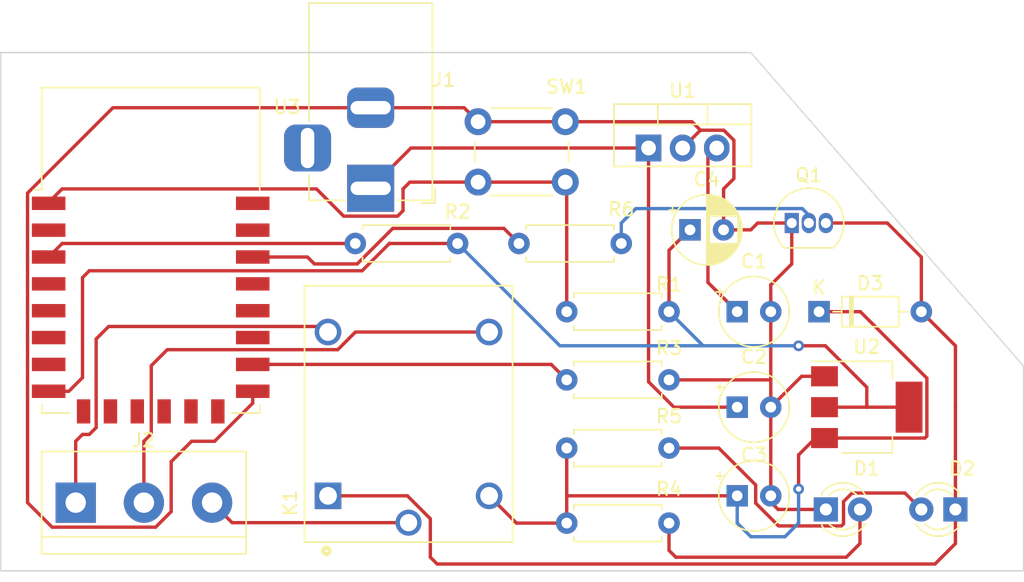
<source format=kicad_pcb>
(kicad_pcb (version 20171130) (host pcbnew "(5.1.10)-1")

  (general
    (thickness 1.6)
    (drawings 5)
    (tracks 161)
    (zones 0)
    (modules 21)
    (nets 32)
  )

  (page A4)
  (layers
    (0 F.Cu signal)
    (31 B.Cu signal)
    (32 B.Adhes user)
    (33 F.Adhes user)
    (34 B.Paste user)
    (35 F.Paste user)
    (36 B.SilkS user)
    (37 F.SilkS user)
    (38 B.Mask user)
    (39 F.Mask user)
    (40 Dwgs.User user)
    (41 Cmts.User user)
    (42 Eco1.User user)
    (43 Eco2.User user)
    (44 Edge.Cuts user)
    (45 Margin user)
    (46 B.CrtYd user)
    (47 F.CrtYd user)
    (48 B.Fab user)
    (49 F.Fab user)
  )

  (setup
    (last_trace_width 0.25)
    (trace_clearance 0.2)
    (zone_clearance 0.508)
    (zone_45_only no)
    (trace_min 0.2)
    (via_size 0.8)
    (via_drill 0.4)
    (via_min_size 0.4)
    (via_min_drill 0.3)
    (uvia_size 0.3)
    (uvia_drill 0.1)
    (uvias_allowed no)
    (uvia_min_size 0.2)
    (uvia_min_drill 0.1)
    (edge_width 0.05)
    (segment_width 0.2)
    (pcb_text_width 0.3)
    (pcb_text_size 1.5 1.5)
    (mod_edge_width 0.12)
    (mod_text_size 1 1)
    (mod_text_width 0.15)
    (pad_size 1.524 1.524)
    (pad_drill 0.762)
    (pad_to_mask_clearance 0)
    (aux_axis_origin 0 0)
    (visible_elements 7FFFFFFF)
    (pcbplotparams
      (layerselection 0x010fc_ffffffff)
      (usegerberextensions false)
      (usegerberattributes true)
      (usegerberadvancedattributes true)
      (creategerberjobfile true)
      (excludeedgelayer true)
      (linewidth 0.100000)
      (plotframeref false)
      (viasonmask false)
      (mode 1)
      (useauxorigin false)
      (hpglpennumber 1)
      (hpglpenspeed 20)
      (hpglpendiameter 15.000000)
      (psnegative false)
      (psa4output false)
      (plotreference true)
      (plotvalue true)
      (plotinvisibletext false)
      (padsonsilk false)
      (subtractmaskfromsilk false)
      (outputformat 1)
      (mirror false)
      (drillshape 1)
      (scaleselection 1)
      (outputdirectory ""))
  )

  (net 0 "")
  (net 1 5V)
  (net 2 GND)
  (net 3 VIN)
  (net 4 3V3)
  (net 5 "Net-(D1-Pad2)")
  (net 6 "Net-(D2-Pad1)")
  (net 7 "Net-(D2-Pad2)")
  (net 8 /NC)
  (net 9 /NO)
  (net 10 /COM)
  (net 11 "Net-(Q1-Pad2)")
  (net 12 "Net-(R1-Pad1)")
  (net 13 "Net-(R2-Pad1)")
  (net 14 "Net-(R3-Pad1)")
  (net 15 RELAY)
  (net 16 "Net-(U3-Pad2)")
  (net 17 "Net-(U3-Pad4)")
  (net 18 "Net-(U3-Pad5)")
  (net 19 "Net-(U3-Pad6)")
  (net 20 "Net-(U3-Pad7)")
  (net 21 "Net-(U3-Pad9)")
  (net 22 "Net-(U3-Pad10)")
  (net 23 "Net-(U3-Pad11)")
  (net 24 "Net-(U3-Pad12)")
  (net 25 "Net-(U3-Pad13)")
  (net 26 "Net-(U3-Pad14)")
  (net 27 "Net-(U3-Pad17)")
  (net 28 "Net-(U3-Pad18)")
  (net 29 "Net-(U3-Pad19)")
  (net 30 "Net-(U3-Pad21)")
  (net 31 "Net-(U3-Pad22)")

  (net_class Default "This is the default net class."
    (clearance 0.2)
    (trace_width 0.25)
    (via_dia 0.8)
    (via_drill 0.4)
    (uvia_dia 0.3)
    (uvia_drill 0.1)
    (add_net /COM)
    (add_net /NC)
    (add_net /NO)
    (add_net 3V3)
    (add_net 5V)
    (add_net GND)
    (add_net "Net-(D1-Pad2)")
    (add_net "Net-(D2-Pad1)")
    (add_net "Net-(D2-Pad2)")
    (add_net "Net-(Q1-Pad2)")
    (add_net "Net-(R1-Pad1)")
    (add_net "Net-(R2-Pad1)")
    (add_net "Net-(R3-Pad1)")
    (add_net "Net-(U3-Pad10)")
    (add_net "Net-(U3-Pad11)")
    (add_net "Net-(U3-Pad12)")
    (add_net "Net-(U3-Pad13)")
    (add_net "Net-(U3-Pad14)")
    (add_net "Net-(U3-Pad17)")
    (add_net "Net-(U3-Pad18)")
    (add_net "Net-(U3-Pad19)")
    (add_net "Net-(U3-Pad2)")
    (add_net "Net-(U3-Pad21)")
    (add_net "Net-(U3-Pad22)")
    (add_net "Net-(U3-Pad4)")
    (add_net "Net-(U3-Pad5)")
    (add_net "Net-(U3-Pad6)")
    (add_net "Net-(U3-Pad7)")
    (add_net "Net-(U3-Pad9)")
    (add_net RELAY)
    (add_net VIN)
  )

  (module SRD-05VDC-SL-C:RELAY_SRD-05VDC-SL-C (layer F.Cu) (tedit 6345670D) (tstamp 63491334)
    (at 71.024 79.752 90)
    (path /634D53DF)
    (fp_text reference K1 (at -6.62563 -8.83584 90) (layer F.SilkS)
      (effects (font (size 1.000094 1.000094) (thickness 0.15)))
    )
    (fp_text value SRD-05VDC-SL-C (at 2.90086 8.667695 90) (layer F.Fab)
      (effects (font (size 1.000307 1.000307) (thickness 0.15)))
    )
    (fp_line (start -9.55 7.75) (end -9.55 -7.75) (layer F.SilkS) (width 0.127))
    (fp_line (start -9.55 -7.75) (end 9.55 -7.75) (layer F.SilkS) (width 0.127))
    (fp_line (start 9.55 -7.75) (end 9.55 7.75) (layer F.SilkS) (width 0.127))
    (fp_line (start 9.55 7.75) (end -9.55 7.75) (layer F.SilkS) (width 0.127))
    (fp_line (start -9.55 7.75) (end -9.55 -7.75) (layer F.Fab) (width 0.127))
    (fp_line (start -9.55 -7.75) (end 9.55 -7.75) (layer F.Fab) (width 0.127))
    (fp_line (start 9.55 -7.75) (end 9.55 7.75) (layer F.Fab) (width 0.127))
    (fp_line (start 9.55 7.75) (end -9.55 7.75) (layer F.Fab) (width 0.127))
    (fp_line (start -9.8 8) (end -9.8 -8) (layer F.CrtYd) (width 0.05))
    (fp_line (start -9.8 -8) (end 9.8 -8) (layer F.CrtYd) (width 0.05))
    (fp_line (start 9.8 -8) (end 9.8 8) (layer F.CrtYd) (width 0.05))
    (fp_line (start 9.8 8) (end -9.8 8) (layer F.CrtYd) (width 0.05))
    (fp_circle (center -10.2 -6.119) (end -10.1 -6.119) (layer F.SilkS) (width 0.3))
    (pad NC thru_hole circle (at 6.1 -6 90) (size 1.98 1.98) (drill 1.32) (layers *.Cu *.Mask)
      (net 8 /NC))
    (pad NO thru_hole circle (at 6.1 6 90) (size 1.98 1.98) (drill 1.32) (layers *.Cu *.Mask)
      (net 9 /NO))
    (pad A2 thru_hole circle (at -6.1 6 90) (size 1.98 1.98) (drill 1.32) (layers *.Cu *.Mask)
      (net 1 5V))
    (pad COM thru_hole circle (at -8.1 0 90) (size 1.935 1.935) (drill 1.29) (layers *.Cu *.Mask)
      (net 10 /COM))
    (pad A1 thru_hole rect (at -6.1 -6 90) (size 1.98 1.98) (drill 1.32) (layers *.Cu *.Mask)
      (net 6 "Net-(D2-Pad1)"))
  )

  (module Resistor_THT:R_Axial_DIN0207_L6.3mm_D2.5mm_P7.62mm_Horizontal (layer F.Cu) (tedit 5AE5139B) (tstamp 6348771A)
    (at 86.868 67.056 180)
    (descr "Resistor, Axial_DIN0207 series, Axial, Horizontal, pin pitch=7.62mm, 0.25W = 1/4W, length*diameter=6.3*2.5mm^2, http://cdn-reichelt.de/documents/datenblatt/B400/1_4W%23YAG.pdf")
    (tags "Resistor Axial_DIN0207 series Axial Horizontal pin pitch 7.62mm 0.25W = 1/4W length 6.3mm diameter 2.5mm")
    (path /634B1359)
    (fp_text reference R6 (at 0 2.54) (layer F.SilkS)
      (effects (font (size 1 1) (thickness 0.15)))
    )
    (fp_text value R_US (at 3.81 2.37) (layer F.Fab)
      (effects (font (size 1 1) (thickness 0.15)))
    )
    (fp_line (start 0.66 -1.25) (end 0.66 1.25) (layer F.Fab) (width 0.1))
    (fp_line (start 0.66 1.25) (end 6.96 1.25) (layer F.Fab) (width 0.1))
    (fp_line (start 6.96 1.25) (end 6.96 -1.25) (layer F.Fab) (width 0.1))
    (fp_line (start 6.96 -1.25) (end 0.66 -1.25) (layer F.Fab) (width 0.1))
    (fp_line (start 0 0) (end 0.66 0) (layer F.Fab) (width 0.1))
    (fp_line (start 7.62 0) (end 6.96 0) (layer F.Fab) (width 0.1))
    (fp_line (start 0.54 -1.04) (end 0.54 -1.37) (layer F.SilkS) (width 0.12))
    (fp_line (start 0.54 -1.37) (end 7.08 -1.37) (layer F.SilkS) (width 0.12))
    (fp_line (start 7.08 -1.37) (end 7.08 -1.04) (layer F.SilkS) (width 0.12))
    (fp_line (start 0.54 1.04) (end 0.54 1.37) (layer F.SilkS) (width 0.12))
    (fp_line (start 0.54 1.37) (end 7.08 1.37) (layer F.SilkS) (width 0.12))
    (fp_line (start 7.08 1.37) (end 7.08 1.04) (layer F.SilkS) (width 0.12))
    (fp_line (start -1.05 -1.5) (end -1.05 1.5) (layer F.CrtYd) (width 0.05))
    (fp_line (start -1.05 1.5) (end 8.67 1.5) (layer F.CrtYd) (width 0.05))
    (fp_line (start 8.67 1.5) (end 8.67 -1.5) (layer F.CrtYd) (width 0.05))
    (fp_line (start 8.67 -1.5) (end -1.05 -1.5) (layer F.CrtYd) (width 0.05))
    (fp_text user %R (at 3.81 0) (layer F.Fab)
      (effects (font (size 1 1) (thickness 0.15)))
    )
    (pad 2 thru_hole oval (at 7.62 0 180) (size 1.6 1.6) (drill 0.8) (layers *.Cu *.Mask)
      (net 15 RELAY))
    (pad 1 thru_hole circle (at 0 0 180) (size 1.6 1.6) (drill 0.8) (layers *.Cu *.Mask)
      (net 11 "Net-(Q1-Pad2)"))
    (model ${KISYS3DMOD}/Resistor_THT.3dshapes/R_Axial_DIN0207_L6.3mm_D2.5mm_P7.62mm_Horizontal.wrl
      (at (xyz 0 0 0))
      (scale (xyz 1 1 1))
      (rotate (xyz 0 0 0))
    )
  )

  (module Resistor_THT:R_Axial_DIN0207_L6.3mm_D2.5mm_P7.62mm_Horizontal (layer F.Cu) (tedit 5AE5139B) (tstamp 63487618)
    (at 82.804 82.296)
    (descr "Resistor, Axial_DIN0207 series, Axial, Horizontal, pin pitch=7.62mm, 0.25W = 1/4W, length*diameter=6.3*2.5mm^2, http://cdn-reichelt.de/documents/datenblatt/B400/1_4W%23YAG.pdf")
    (tags "Resistor Axial_DIN0207 series Axial Horizontal pin pitch 7.62mm 0.25W = 1/4W length 6.3mm diameter 2.5mm")
    (path /634BC706)
    (fp_text reference R5 (at 7.62 -2.37) (layer F.SilkS)
      (effects (font (size 1 1) (thickness 0.15)))
    )
    (fp_text value R_US (at 3.81 2.37) (layer F.Fab)
      (effects (font (size 1 1) (thickness 0.15)))
    )
    (fp_line (start 0.66 -1.25) (end 0.66 1.25) (layer F.Fab) (width 0.1))
    (fp_line (start 0.66 1.25) (end 6.96 1.25) (layer F.Fab) (width 0.1))
    (fp_line (start 6.96 1.25) (end 6.96 -1.25) (layer F.Fab) (width 0.1))
    (fp_line (start 6.96 -1.25) (end 0.66 -1.25) (layer F.Fab) (width 0.1))
    (fp_line (start 0 0) (end 0.66 0) (layer F.Fab) (width 0.1))
    (fp_line (start 7.62 0) (end 6.96 0) (layer F.Fab) (width 0.1))
    (fp_line (start 0.54 -1.04) (end 0.54 -1.37) (layer F.SilkS) (width 0.12))
    (fp_line (start 0.54 -1.37) (end 7.08 -1.37) (layer F.SilkS) (width 0.12))
    (fp_line (start 7.08 -1.37) (end 7.08 -1.04) (layer F.SilkS) (width 0.12))
    (fp_line (start 0.54 1.04) (end 0.54 1.37) (layer F.SilkS) (width 0.12))
    (fp_line (start 0.54 1.37) (end 7.08 1.37) (layer F.SilkS) (width 0.12))
    (fp_line (start 7.08 1.37) (end 7.08 1.04) (layer F.SilkS) (width 0.12))
    (fp_line (start -1.05 -1.5) (end -1.05 1.5) (layer F.CrtYd) (width 0.05))
    (fp_line (start -1.05 1.5) (end 8.67 1.5) (layer F.CrtYd) (width 0.05))
    (fp_line (start 8.67 1.5) (end 8.67 -1.5) (layer F.CrtYd) (width 0.05))
    (fp_line (start 8.67 -1.5) (end -1.05 -1.5) (layer F.CrtYd) (width 0.05))
    (fp_text user %R (at 3.81 -0.369001) (layer F.Fab)
      (effects (font (size 1 1) (thickness 0.15)))
    )
    (pad 2 thru_hole oval (at 7.62 0) (size 1.6 1.6) (drill 0.8) (layers *.Cu *.Mask)
      (net 7 "Net-(D2-Pad2)"))
    (pad 1 thru_hole circle (at 0 0) (size 1.6 1.6) (drill 0.8) (layers *.Cu *.Mask)
      (net 1 5V))
    (model ${KISYS3DMOD}/Resistor_THT.3dshapes/R_Axial_DIN0207_L6.3mm_D2.5mm_P7.62mm_Horizontal.wrl
      (at (xyz 0 0 0))
      (scale (xyz 1 1 1))
      (rotate (xyz 0 0 0))
    )
  )

  (module Resistor_THT:R_Axial_DIN0207_L6.3mm_D2.5mm_P7.62mm_Horizontal (layer F.Cu) (tedit 5AE5139B) (tstamp 6348777A)
    (at 90.424 87.884 180)
    (descr "Resistor, Axial_DIN0207 series, Axial, Horizontal, pin pitch=7.62mm, 0.25W = 1/4W, length*diameter=6.3*2.5mm^2, http://cdn-reichelt.de/documents/datenblatt/B400/1_4W%23YAG.pdf")
    (tags "Resistor Axial_DIN0207 series Axial Horizontal pin pitch 7.62mm 0.25W = 1/4W length 6.3mm diameter 2.5mm")
    (path /634BB5C0)
    (fp_text reference R4 (at 0 2.54) (layer F.SilkS)
      (effects (font (size 1 1) (thickness 0.15)))
    )
    (fp_text value R_US (at 3.81 2.37) (layer F.Fab)
      (effects (font (size 1 1) (thickness 0.15)))
    )
    (fp_line (start 0.66 -1.25) (end 0.66 1.25) (layer F.Fab) (width 0.1))
    (fp_line (start 0.66 1.25) (end 6.96 1.25) (layer F.Fab) (width 0.1))
    (fp_line (start 6.96 1.25) (end 6.96 -1.25) (layer F.Fab) (width 0.1))
    (fp_line (start 6.96 -1.25) (end 0.66 -1.25) (layer F.Fab) (width 0.1))
    (fp_line (start 0 0) (end 0.66 0) (layer F.Fab) (width 0.1))
    (fp_line (start 7.62 0) (end 6.96 0) (layer F.Fab) (width 0.1))
    (fp_line (start 0.54 -1.04) (end 0.54 -1.37) (layer F.SilkS) (width 0.12))
    (fp_line (start 0.54 -1.37) (end 7.08 -1.37) (layer F.SilkS) (width 0.12))
    (fp_line (start 7.08 -1.37) (end 7.08 -1.04) (layer F.SilkS) (width 0.12))
    (fp_line (start 0.54 1.04) (end 0.54 1.37) (layer F.SilkS) (width 0.12))
    (fp_line (start 0.54 1.37) (end 7.08 1.37) (layer F.SilkS) (width 0.12))
    (fp_line (start 7.08 1.37) (end 7.08 1.04) (layer F.SilkS) (width 0.12))
    (fp_line (start -1.05 -1.5) (end -1.05 1.5) (layer F.CrtYd) (width 0.05))
    (fp_line (start -1.05 1.5) (end 8.67 1.5) (layer F.CrtYd) (width 0.05))
    (fp_line (start 8.67 1.5) (end 8.67 -1.5) (layer F.CrtYd) (width 0.05))
    (fp_line (start 8.67 -1.5) (end -1.05 -1.5) (layer F.CrtYd) (width 0.05))
    (fp_text user %R (at 3.81 0) (layer F.Fab)
      (effects (font (size 1 1) (thickness 0.15)))
    )
    (pad 2 thru_hole oval (at 7.62 0 180) (size 1.6 1.6) (drill 0.8) (layers *.Cu *.Mask)
      (net 1 5V))
    (pad 1 thru_hole circle (at 0 0 180) (size 1.6 1.6) (drill 0.8) (layers *.Cu *.Mask)
      (net 5 "Net-(D1-Pad2)"))
    (model ${KISYS3DMOD}/Resistor_THT.3dshapes/R_Axial_DIN0207_L6.3mm_D2.5mm_P7.62mm_Horizontal.wrl
      (at (xyz 0 0 0))
      (scale (xyz 1 1 1))
      (rotate (xyz 0 0 0))
    )
  )

  (module Resistor_THT:R_Axial_DIN0207_L6.3mm_D2.5mm_P7.62mm_Horizontal (layer F.Cu) (tedit 5AE5139B) (tstamp 634873DB)
    (at 82.804 77.216)
    (descr "Resistor, Axial_DIN0207 series, Axial, Horizontal, pin pitch=7.62mm, 0.25W = 1/4W, length*diameter=6.3*2.5mm^2, http://cdn-reichelt.de/documents/datenblatt/B400/1_4W%23YAG.pdf")
    (tags "Resistor Axial_DIN0207 series Axial Horizontal pin pitch 7.62mm 0.25W = 1/4W length 6.3mm diameter 2.5mm")
    (path /63455081)
    (fp_text reference R3 (at 7.62 -2.37) (layer F.SilkS)
      (effects (font (size 1 1) (thickness 0.15)))
    )
    (fp_text value R_US (at 3.81 2.37) (layer F.Fab)
      (effects (font (size 1 1) (thickness 0.15)))
    )
    (fp_line (start 0.66 -1.25) (end 0.66 1.25) (layer F.Fab) (width 0.1))
    (fp_line (start 0.66 1.25) (end 6.96 1.25) (layer F.Fab) (width 0.1))
    (fp_line (start 6.96 1.25) (end 6.96 -1.25) (layer F.Fab) (width 0.1))
    (fp_line (start 6.96 -1.25) (end 0.66 -1.25) (layer F.Fab) (width 0.1))
    (fp_line (start 0 0) (end 0.66 0) (layer F.Fab) (width 0.1))
    (fp_line (start 7.62 0) (end 6.96 0) (layer F.Fab) (width 0.1))
    (fp_line (start 0.54 -1.04) (end 0.54 -1.37) (layer F.SilkS) (width 0.12))
    (fp_line (start 0.54 -1.37) (end 7.08 -1.37) (layer F.SilkS) (width 0.12))
    (fp_line (start 7.08 -1.37) (end 7.08 -1.04) (layer F.SilkS) (width 0.12))
    (fp_line (start 0.54 1.04) (end 0.54 1.37) (layer F.SilkS) (width 0.12))
    (fp_line (start 0.54 1.37) (end 7.08 1.37) (layer F.SilkS) (width 0.12))
    (fp_line (start 7.08 1.37) (end 7.08 1.04) (layer F.SilkS) (width 0.12))
    (fp_line (start -1.05 -1.5) (end -1.05 1.5) (layer F.CrtYd) (width 0.05))
    (fp_line (start -1.05 1.5) (end 8.67 1.5) (layer F.CrtYd) (width 0.05))
    (fp_line (start 8.67 1.5) (end 8.67 -1.5) (layer F.CrtYd) (width 0.05))
    (fp_line (start 8.67 -1.5) (end -1.05 -1.5) (layer F.CrtYd) (width 0.05))
    (fp_text user %R (at 3.81 0) (layer F.Fab)
      (effects (font (size 1 1) (thickness 0.15)))
    )
    (pad 2 thru_hole oval (at 7.62 0) (size 1.6 1.6) (drill 0.8) (layers *.Cu *.Mask)
      (net 2 GND))
    (pad 1 thru_hole circle (at 0 0) (size 1.6 1.6) (drill 0.8) (layers *.Cu *.Mask)
      (net 14 "Net-(R3-Pad1)"))
    (model ${KISYS3DMOD}/Resistor_THT.3dshapes/R_Axial_DIN0207_L6.3mm_D2.5mm_P7.62mm_Horizontal.wrl
      (at (xyz 0 0 0))
      (scale (xyz 1 1 1))
      (rotate (xyz 0 0 0))
    )
  )

  (module Resistor_THT:R_Axial_DIN0207_L6.3mm_D2.5mm_P7.62mm_Horizontal (layer F.Cu) (tedit 5AE5139B) (tstamp 6348738A)
    (at 67.056 67.056)
    (descr "Resistor, Axial_DIN0207 series, Axial, Horizontal, pin pitch=7.62mm, 0.25W = 1/4W, length*diameter=6.3*2.5mm^2, http://cdn-reichelt.de/documents/datenblatt/B400/1_4W%23YAG.pdf")
    (tags "Resistor Axial_DIN0207 series Axial Horizontal pin pitch 7.62mm 0.25W = 1/4W length 6.3mm diameter 2.5mm")
    (path /63453D88)
    (fp_text reference R2 (at 7.62 -2.37) (layer F.SilkS)
      (effects (font (size 1 1) (thickness 0.15)))
    )
    (fp_text value R_US (at 3.81 2.37) (layer F.Fab)
      (effects (font (size 1 1) (thickness 0.15)))
    )
    (fp_line (start 0.66 -1.25) (end 0.66 1.25) (layer F.Fab) (width 0.1))
    (fp_line (start 0.66 1.25) (end 6.96 1.25) (layer F.Fab) (width 0.1))
    (fp_line (start 6.96 1.25) (end 6.96 -1.25) (layer F.Fab) (width 0.1))
    (fp_line (start 6.96 -1.25) (end 0.66 -1.25) (layer F.Fab) (width 0.1))
    (fp_line (start 0 0) (end 0.66 0) (layer F.Fab) (width 0.1))
    (fp_line (start 7.62 0) (end 6.96 0) (layer F.Fab) (width 0.1))
    (fp_line (start 0.54 -1.04) (end 0.54 -1.37) (layer F.SilkS) (width 0.12))
    (fp_line (start 0.54 -1.37) (end 7.08 -1.37) (layer F.SilkS) (width 0.12))
    (fp_line (start 7.08 -1.37) (end 7.08 -1.04) (layer F.SilkS) (width 0.12))
    (fp_line (start 0.54 1.04) (end 0.54 1.37) (layer F.SilkS) (width 0.12))
    (fp_line (start 0.54 1.37) (end 7.08 1.37) (layer F.SilkS) (width 0.12))
    (fp_line (start 7.08 1.37) (end 7.08 1.04) (layer F.SilkS) (width 0.12))
    (fp_line (start -1.05 -1.5) (end -1.05 1.5) (layer F.CrtYd) (width 0.05))
    (fp_line (start -1.05 1.5) (end 8.67 1.5) (layer F.CrtYd) (width 0.05))
    (fp_line (start 8.67 1.5) (end 8.67 -1.5) (layer F.CrtYd) (width 0.05))
    (fp_line (start 8.67 -1.5) (end -1.05 -1.5) (layer F.CrtYd) (width 0.05))
    (fp_text user %R (at 3.81 0) (layer F.Fab)
      (effects (font (size 1 1) (thickness 0.15)))
    )
    (pad 2 thru_hole oval (at 7.62 0) (size 1.6 1.6) (drill 0.8) (layers *.Cu *.Mask)
      (net 4 3V3))
    (pad 1 thru_hole circle (at 0 0) (size 1.6 1.6) (drill 0.8) (layers *.Cu *.Mask)
      (net 13 "Net-(R2-Pad1)"))
    (model ${KISYS3DMOD}/Resistor_THT.3dshapes/R_Axial_DIN0207_L6.3mm_D2.5mm_P7.62mm_Horizontal.wrl
      (at (xyz 0 0 0))
      (scale (xyz 1 1 1))
      (rotate (xyz 0 0 0))
    )
  )

  (module Resistor_THT:R_Axial_DIN0207_L6.3mm_D2.5mm_P7.62mm_Horizontal (layer F.Cu) (tedit 5AE5139B) (tstamp 6348728E)
    (at 82.804 72.136)
    (descr "Resistor, Axial_DIN0207 series, Axial, Horizontal, pin pitch=7.62mm, 0.25W = 1/4W, length*diameter=6.3*2.5mm^2, http://cdn-reichelt.de/documents/datenblatt/B400/1_4W%23YAG.pdf")
    (tags "Resistor Axial_DIN0207 series Axial Horizontal pin pitch 7.62mm 0.25W = 1/4W length 6.3mm diameter 2.5mm")
    (path /634543EC)
    (fp_text reference R1 (at 7.62 -2.032) (layer F.SilkS)
      (effects (font (size 1 1) (thickness 0.15)))
    )
    (fp_text value R_US (at 3.81 2.37) (layer F.Fab) hide
      (effects (font (size 1 1) (thickness 0.15)))
    )
    (fp_line (start 0.66 -1.25) (end 0.66 1.25) (layer F.Fab) (width 0.1))
    (fp_line (start 0.66 1.25) (end 6.96 1.25) (layer F.Fab) (width 0.1))
    (fp_line (start 6.96 1.25) (end 6.96 -1.25) (layer F.Fab) (width 0.1))
    (fp_line (start 6.96 -1.25) (end 0.66 -1.25) (layer F.Fab) (width 0.1))
    (fp_line (start 0 0) (end 0.66 0) (layer F.Fab) (width 0.1))
    (fp_line (start 7.62 0) (end 6.96 0) (layer F.Fab) (width 0.1))
    (fp_line (start 0.54 -1.04) (end 0.54 -1.37) (layer F.SilkS) (width 0.12))
    (fp_line (start 0.54 -1.37) (end 7.08 -1.37) (layer F.SilkS) (width 0.12))
    (fp_line (start 7.08 -1.37) (end 7.08 -1.04) (layer F.SilkS) (width 0.12))
    (fp_line (start 0.54 1.04) (end 0.54 1.37) (layer F.SilkS) (width 0.12))
    (fp_line (start 0.54 1.37) (end 7.08 1.37) (layer F.SilkS) (width 0.12))
    (fp_line (start 7.08 1.37) (end 7.08 1.04) (layer F.SilkS) (width 0.12))
    (fp_line (start -1.05 -1.5) (end -1.05 1.5) (layer F.CrtYd) (width 0.05))
    (fp_line (start -1.05 1.5) (end 8.67 1.5) (layer F.CrtYd) (width 0.05))
    (fp_line (start 8.67 1.5) (end 8.67 -1.5) (layer F.CrtYd) (width 0.05))
    (fp_line (start 8.67 -1.5) (end -1.05 -1.5) (layer F.CrtYd) (width 0.05))
    (fp_text user %R (at 3.81 0) (layer F.Fab) hide
      (effects (font (size 1 1) (thickness 0.15)))
    )
    (pad 2 thru_hole oval (at 7.62 0) (size 1.6 1.6) (drill 0.8) (layers *.Cu *.Mask)
      (net 4 3V3))
    (pad 1 thru_hole circle (at 0 0) (size 1.6 1.6) (drill 0.8) (layers *.Cu *.Mask)
      (net 12 "Net-(R1-Pad1)"))
    (model ${KISYS3DMOD}/Resistor_THT.3dshapes/R_Axial_DIN0207_L6.3mm_D2.5mm_P7.62mm_Horizontal.wrl
      (at (xyz 0 0 0))
      (scale (xyz 1 1 1))
      (rotate (xyz 0 0 0))
    )
  )

  (module Diode_THT:D_DO-35_SOD27_P7.62mm_Horizontal (layer F.Cu) (tedit 5AE50CD5) (tstamp 634877A6)
    (at 101.6 72.136)
    (descr "Diode, DO-35_SOD27 series, Axial, Horizontal, pin pitch=7.62mm, , length*diameter=4*2mm^2, , http://www.diodes.com/_files/packages/DO-35.pdf")
    (tags "Diode DO-35_SOD27 series Axial Horizontal pin pitch 7.62mm  length 4mm diameter 2mm")
    (path /63497672)
    (fp_text reference D3 (at 3.81 -2.12) (layer F.SilkS)
      (effects (font (size 1 1) (thickness 0.15)))
    )
    (fp_text value D_Schottky (at 3.81 2.12) (layer F.Fab)
      (effects (font (size 1 1) (thickness 0.15)))
    )
    (fp_line (start 1.81 -1) (end 1.81 1) (layer F.Fab) (width 0.1))
    (fp_line (start 1.81 1) (end 5.81 1) (layer F.Fab) (width 0.1))
    (fp_line (start 5.81 1) (end 5.81 -1) (layer F.Fab) (width 0.1))
    (fp_line (start 5.81 -1) (end 1.81 -1) (layer F.Fab) (width 0.1))
    (fp_line (start 0 0) (end 1.81 0) (layer F.Fab) (width 0.1))
    (fp_line (start 7.62 0) (end 5.81 0) (layer F.Fab) (width 0.1))
    (fp_line (start 2.41 -1) (end 2.41 1) (layer F.Fab) (width 0.1))
    (fp_line (start 2.51 -1) (end 2.51 1) (layer F.Fab) (width 0.1))
    (fp_line (start 2.31 -1) (end 2.31 1) (layer F.Fab) (width 0.1))
    (fp_line (start 1.69 -1.12) (end 1.69 1.12) (layer F.SilkS) (width 0.12))
    (fp_line (start 1.69 1.12) (end 5.93 1.12) (layer F.SilkS) (width 0.12))
    (fp_line (start 5.93 1.12) (end 5.93 -1.12) (layer F.SilkS) (width 0.12))
    (fp_line (start 5.93 -1.12) (end 1.69 -1.12) (layer F.SilkS) (width 0.12))
    (fp_line (start 1.04 0) (end 1.69 0) (layer F.SilkS) (width 0.12))
    (fp_line (start 6.58 0) (end 5.93 0) (layer F.SilkS) (width 0.12))
    (fp_line (start 2.41 -1.12) (end 2.41 1.12) (layer F.SilkS) (width 0.12))
    (fp_line (start 2.53 -1.12) (end 2.53 1.12) (layer F.SilkS) (width 0.12))
    (fp_line (start 2.29 -1.12) (end 2.29 1.12) (layer F.SilkS) (width 0.12))
    (fp_line (start -1.05 -1.25) (end -1.05 1.25) (layer F.CrtYd) (width 0.05))
    (fp_line (start -1.05 1.25) (end 8.67 1.25) (layer F.CrtYd) (width 0.05))
    (fp_line (start 8.67 1.25) (end 8.67 -1.25) (layer F.CrtYd) (width 0.05))
    (fp_line (start 8.67 -1.25) (end -1.05 -1.25) (layer F.CrtYd) (width 0.05))
    (fp_text user K (at 0 -1.8) (layer F.SilkS)
      (effects (font (size 1 1) (thickness 0.15)))
    )
    (fp_text user K (at 0 -1.8) (layer F.Fab)
      (effects (font (size 1 1) (thickness 0.15)))
    )
    (fp_text user %R (at 4.11 0) (layer F.Fab)
      (effects (font (size 0.8 0.8) (thickness 0.12)))
    )
    (pad 2 thru_hole oval (at 7.62 0) (size 1.6 1.6) (drill 0.8) (layers *.Cu *.Mask)
      (net 6 "Net-(D2-Pad1)"))
    (pad 1 thru_hole rect (at 0 0) (size 1.6 1.6) (drill 0.8) (layers *.Cu *.Mask)
      (net 1 5V))
    (model ${KISYS3DMOD}/Diode_THT.3dshapes/D_DO-35_SOD27_P7.62mm_Horizontal.wrl
      (at (xyz 0 0 0))
      (scale (xyz 1 1 1))
      (rotate (xyz 0 0 0))
    )
  )

  (module Capacitor_THT:CP_Radial_Tantal_D5.0mm_P2.50mm (layer F.Cu) (tedit 5AE50EF0) (tstamp 63487809)
    (at 95.504 72.136)
    (descr "CP, Radial_Tantal series, Radial, pin pitch=2.50mm, , diameter=5.0mm, Tantal Electrolytic Capacitor, http://cdn-reichelt.de/documents/datenblatt/B300/TANTAL-TB-Serie%23.pdf")
    (tags "CP Radial_Tantal series Radial pin pitch 2.50mm  diameter 5.0mm Tantal Electrolytic Capacitor")
    (path /63474A22)
    (fp_text reference C1 (at 1.25 -3.75) (layer F.SilkS)
      (effects (font (size 1 1) (thickness 0.15)))
    )
    (fp_text value C (at 1.25 3.75) (layer F.Fab)
      (effects (font (size 1 1) (thickness 0.15)))
    )
    (fp_circle (center 1.25 0) (end 3.75 0) (layer F.Fab) (width 0.1))
    (fp_circle (center 1.25 0) (end 3.87 0) (layer F.SilkS) (width 0.12))
    (fp_circle (center 1.25 0) (end 4 0) (layer F.CrtYd) (width 0.05))
    (fp_line (start -0.883605 -1.0875) (end -0.383605 -1.0875) (layer F.Fab) (width 0.1))
    (fp_line (start -0.633605 -1.3375) (end -0.633605 -0.8375) (layer F.Fab) (width 0.1))
    (fp_line (start -1.554775 -1.475) (end -1.054775 -1.475) (layer F.SilkS) (width 0.12))
    (fp_line (start -1.304775 -1.725) (end -1.304775 -1.225) (layer F.SilkS) (width 0.12))
    (fp_text user %R (at 1.016 1.524) (layer F.Fab)
      (effects (font (size 1 1) (thickness 0.15)))
    )
    (pad 1 thru_hole rect (at 0 0) (size 1.6 1.6) (drill 0.8) (layers *.Cu *.Mask)
      (net 1 5V))
    (pad 2 thru_hole circle (at 2.5 0) (size 1.6 1.6) (drill 0.8) (layers *.Cu *.Mask)
      (net 2 GND))
    (model ${KISYS3DMOD}/Capacitor_THT.3dshapes/CP_Radial_Tantal_D5.0mm_P2.50mm.wrl
      (at (xyz 0 0 0))
      (scale (xyz 1 1 1))
      (rotate (xyz 0 0 0))
    )
  )

  (module Capacitor_THT:CP_Radial_Tantal_D5.0mm_P2.50mm (layer F.Cu) (tedit 5AE50EF0) (tstamp 634873B3)
    (at 95.504 79.248)
    (descr "CP, Radial_Tantal series, Radial, pin pitch=2.50mm, , diameter=5.0mm, Tantal Electrolytic Capacitor, http://cdn-reichelt.de/documents/datenblatt/B300/TANTAL-TB-Serie%23.pdf")
    (tags "CP Radial_Tantal series Radial pin pitch 2.50mm  diameter 5.0mm Tantal Electrolytic Capacitor")
    (path /6345EF66)
    (fp_text reference C2 (at 1.25 -3.75) (layer F.SilkS)
      (effects (font (size 1 1) (thickness 0.15)))
    )
    (fp_text value C (at 1.25 3.75) (layer F.Fab)
      (effects (font (size 1 1) (thickness 0.15)))
    )
    (fp_circle (center 1.25 0) (end 3.75 0) (layer F.Fab) (width 0.1))
    (fp_circle (center 1.25 0) (end 3.87 0) (layer F.SilkS) (width 0.12))
    (fp_circle (center 1.25 0) (end 4 0) (layer F.CrtYd) (width 0.05))
    (fp_line (start -0.883605 -1.0875) (end -0.383605 -1.0875) (layer F.Fab) (width 0.1))
    (fp_line (start -0.633605 -1.3375) (end -0.633605 -0.8375) (layer F.Fab) (width 0.1))
    (fp_line (start -1.554775 -1.475) (end -1.054775 -1.475) (layer F.SilkS) (width 0.12))
    (fp_line (start -1.304775 -1.725) (end -1.304775 -1.225) (layer F.SilkS) (width 0.12))
    (fp_text user %R (at 1.25 -1.693001) (layer F.Fab)
      (effects (font (size 1 1) (thickness 0.15)))
    )
    (pad 1 thru_hole rect (at 0 0) (size 1.6 1.6) (drill 0.8) (layers *.Cu *.Mask)
      (net 3 VIN))
    (pad 2 thru_hole circle (at 2.5 0) (size 1.6 1.6) (drill 0.8) (layers *.Cu *.Mask)
      (net 2 GND))
    (model ${KISYS3DMOD}/Capacitor_THT.3dshapes/CP_Radial_Tantal_D5.0mm_P2.50mm.wrl
      (at (xyz 0 0 0))
      (scale (xyz 1 1 1))
      (rotate (xyz 0 0 0))
    )
  )

  (module Capacitor_THT:CP_Radial_Tantal_D5.0mm_P2.50mm (layer F.Cu) (tedit 5AE50EF0) (tstamp 63487362)
    (at 95.504 85.852)
    (descr "CP, Radial_Tantal series, Radial, pin pitch=2.50mm, , diameter=5.0mm, Tantal Electrolytic Capacitor, http://cdn-reichelt.de/documents/datenblatt/B300/TANTAL-TB-Serie%23.pdf")
    (tags "CP Radial_Tantal series Radial pin pitch 2.50mm  diameter 5.0mm Tantal Electrolytic Capacitor")
    (path /6345F4D7)
    (fp_text reference C3 (at 1.25 -3.048) (layer F.SilkS)
      (effects (font (size 1 1) (thickness 0.15)))
    )
    (fp_text value C (at 1.25 3.75) (layer F.Fab)
      (effects (font (size 1 1) (thickness 0.15)))
    )
    (fp_line (start -1.304775 -1.725) (end -1.304775 -1.225) (layer F.SilkS) (width 0.12))
    (fp_line (start -1.554775 -1.475) (end -1.054775 -1.475) (layer F.SilkS) (width 0.12))
    (fp_line (start -0.633605 -1.3375) (end -0.633605 -0.8375) (layer F.Fab) (width 0.1))
    (fp_line (start -0.883605 -1.0875) (end -0.383605 -1.0875) (layer F.Fab) (width 0.1))
    (fp_circle (center 1.25 0) (end 4 0) (layer F.CrtYd) (width 0.05))
    (fp_circle (center 1.25 0) (end 3.87 0) (layer F.SilkS) (width 0.12))
    (fp_circle (center 1.25 0) (end 3.75 0) (layer F.Fab) (width 0.1))
    (fp_text user %R (at 1.016 1.524) (layer F.Fab)
      (effects (font (size 1 1) (thickness 0.15)))
    )
    (pad 2 thru_hole circle (at 2.5 0) (size 1.6 1.6) (drill 0.8) (layers *.Cu *.Mask)
      (net 2 GND))
    (pad 1 thru_hole rect (at 0 0) (size 1.6 1.6) (drill 0.8) (layers *.Cu *.Mask)
      (net 1 5V))
    (model ${KISYS3DMOD}/Capacitor_THT.3dshapes/CP_Radial_Tantal_D5.0mm_P2.50mm.wrl
      (at (xyz 0 0 0))
      (scale (xyz 1 1 1))
      (rotate (xyz 0 0 0))
    )
  )

  (module Capacitor_THT:CP_Radial_D5.0mm_P2.50mm (layer F.Cu) (tedit 5AE50EF0) (tstamp 634874C5)
    (at 91.988 66.04)
    (descr "CP, Radial series, Radial, pin pitch=2.50mm, , diameter=5mm, Electrolytic Capacitor")
    (tags "CP Radial series Radial pin pitch 2.50mm  diameter 5mm Electrolytic Capacitor")
    (path /634753B6)
    (fp_text reference C4 (at 1.25 -3.75) (layer F.SilkS)
      (effects (font (size 1 1) (thickness 0.15)))
    )
    (fp_text value CP (at 1.25 3.75) (layer F.Fab)
      (effects (font (size 1 1) (thickness 0.15)))
    )
    (fp_text user %R (at 1.25 1.882999) (layer F.Fab)
      (effects (font (size 1 1) (thickness 0.15)))
    )
    (fp_line (start -1.304775 -1.725) (end -1.304775 -1.225) (layer F.SilkS) (width 0.12))
    (fp_line (start -1.554775 -1.475) (end -1.054775 -1.475) (layer F.SilkS) (width 0.12))
    (fp_line (start 3.851 -0.284) (end 3.851 0.284) (layer F.SilkS) (width 0.12))
    (fp_line (start 3.811 -0.518) (end 3.811 0.518) (layer F.SilkS) (width 0.12))
    (fp_line (start 3.771 -0.677) (end 3.771 0.677) (layer F.SilkS) (width 0.12))
    (fp_line (start 3.731 -0.805) (end 3.731 0.805) (layer F.SilkS) (width 0.12))
    (fp_line (start 3.691 -0.915) (end 3.691 0.915) (layer F.SilkS) (width 0.12))
    (fp_line (start 3.651 -1.011) (end 3.651 1.011) (layer F.SilkS) (width 0.12))
    (fp_line (start 3.611 -1.098) (end 3.611 1.098) (layer F.SilkS) (width 0.12))
    (fp_line (start 3.571 -1.178) (end 3.571 1.178) (layer F.SilkS) (width 0.12))
    (fp_line (start 3.531 1.04) (end 3.531 1.251) (layer F.SilkS) (width 0.12))
    (fp_line (start 3.531 -1.251) (end 3.531 -1.04) (layer F.SilkS) (width 0.12))
    (fp_line (start 3.491 1.04) (end 3.491 1.319) (layer F.SilkS) (width 0.12))
    (fp_line (start 3.491 -1.319) (end 3.491 -1.04) (layer F.SilkS) (width 0.12))
    (fp_line (start 3.451 1.04) (end 3.451 1.383) (layer F.SilkS) (width 0.12))
    (fp_line (start 3.451 -1.383) (end 3.451 -1.04) (layer F.SilkS) (width 0.12))
    (fp_line (start 3.411 1.04) (end 3.411 1.443) (layer F.SilkS) (width 0.12))
    (fp_line (start 3.411 -1.443) (end 3.411 -1.04) (layer F.SilkS) (width 0.12))
    (fp_line (start 3.371 1.04) (end 3.371 1.5) (layer F.SilkS) (width 0.12))
    (fp_line (start 3.371 -1.5) (end 3.371 -1.04) (layer F.SilkS) (width 0.12))
    (fp_line (start 3.331 1.04) (end 3.331 1.554) (layer F.SilkS) (width 0.12))
    (fp_line (start 3.331 -1.554) (end 3.331 -1.04) (layer F.SilkS) (width 0.12))
    (fp_line (start 3.291 1.04) (end 3.291 1.605) (layer F.SilkS) (width 0.12))
    (fp_line (start 3.291 -1.605) (end 3.291 -1.04) (layer F.SilkS) (width 0.12))
    (fp_line (start 3.251 1.04) (end 3.251 1.653) (layer F.SilkS) (width 0.12))
    (fp_line (start 3.251 -1.653) (end 3.251 -1.04) (layer F.SilkS) (width 0.12))
    (fp_line (start 3.211 1.04) (end 3.211 1.699) (layer F.SilkS) (width 0.12))
    (fp_line (start 3.211 -1.699) (end 3.211 -1.04) (layer F.SilkS) (width 0.12))
    (fp_line (start 3.171 1.04) (end 3.171 1.743) (layer F.SilkS) (width 0.12))
    (fp_line (start 3.171 -1.743) (end 3.171 -1.04) (layer F.SilkS) (width 0.12))
    (fp_line (start 3.131 1.04) (end 3.131 1.785) (layer F.SilkS) (width 0.12))
    (fp_line (start 3.131 -1.785) (end 3.131 -1.04) (layer F.SilkS) (width 0.12))
    (fp_line (start 3.091 1.04) (end 3.091 1.826) (layer F.SilkS) (width 0.12))
    (fp_line (start 3.091 -1.826) (end 3.091 -1.04) (layer F.SilkS) (width 0.12))
    (fp_line (start 3.051 1.04) (end 3.051 1.864) (layer F.SilkS) (width 0.12))
    (fp_line (start 3.051 -1.864) (end 3.051 -1.04) (layer F.SilkS) (width 0.12))
    (fp_line (start 3.011 1.04) (end 3.011 1.901) (layer F.SilkS) (width 0.12))
    (fp_line (start 3.011 -1.901) (end 3.011 -1.04) (layer F.SilkS) (width 0.12))
    (fp_line (start 2.971 1.04) (end 2.971 1.937) (layer F.SilkS) (width 0.12))
    (fp_line (start 2.971 -1.937) (end 2.971 -1.04) (layer F.SilkS) (width 0.12))
    (fp_line (start 2.931 1.04) (end 2.931 1.971) (layer F.SilkS) (width 0.12))
    (fp_line (start 2.931 -1.971) (end 2.931 -1.04) (layer F.SilkS) (width 0.12))
    (fp_line (start 2.891 1.04) (end 2.891 2.004) (layer F.SilkS) (width 0.12))
    (fp_line (start 2.891 -2.004) (end 2.891 -1.04) (layer F.SilkS) (width 0.12))
    (fp_line (start 2.851 1.04) (end 2.851 2.035) (layer F.SilkS) (width 0.12))
    (fp_line (start 2.851 -2.035) (end 2.851 -1.04) (layer F.SilkS) (width 0.12))
    (fp_line (start 2.811 1.04) (end 2.811 2.065) (layer F.SilkS) (width 0.12))
    (fp_line (start 2.811 -2.065) (end 2.811 -1.04) (layer F.SilkS) (width 0.12))
    (fp_line (start 2.771 1.04) (end 2.771 2.095) (layer F.SilkS) (width 0.12))
    (fp_line (start 2.771 -2.095) (end 2.771 -1.04) (layer F.SilkS) (width 0.12))
    (fp_line (start 2.731 1.04) (end 2.731 2.122) (layer F.SilkS) (width 0.12))
    (fp_line (start 2.731 -2.122) (end 2.731 -1.04) (layer F.SilkS) (width 0.12))
    (fp_line (start 2.691 1.04) (end 2.691 2.149) (layer F.SilkS) (width 0.12))
    (fp_line (start 2.691 -2.149) (end 2.691 -1.04) (layer F.SilkS) (width 0.12))
    (fp_line (start 2.651 1.04) (end 2.651 2.175) (layer F.SilkS) (width 0.12))
    (fp_line (start 2.651 -2.175) (end 2.651 -1.04) (layer F.SilkS) (width 0.12))
    (fp_line (start 2.611 1.04) (end 2.611 2.2) (layer F.SilkS) (width 0.12))
    (fp_line (start 2.611 -2.2) (end 2.611 -1.04) (layer F.SilkS) (width 0.12))
    (fp_line (start 2.571 1.04) (end 2.571 2.224) (layer F.SilkS) (width 0.12))
    (fp_line (start 2.571 -2.224) (end 2.571 -1.04) (layer F.SilkS) (width 0.12))
    (fp_line (start 2.531 1.04) (end 2.531 2.247) (layer F.SilkS) (width 0.12))
    (fp_line (start 2.531 -2.247) (end 2.531 -1.04) (layer F.SilkS) (width 0.12))
    (fp_line (start 2.491 1.04) (end 2.491 2.268) (layer F.SilkS) (width 0.12))
    (fp_line (start 2.491 -2.268) (end 2.491 -1.04) (layer F.SilkS) (width 0.12))
    (fp_line (start 2.451 1.04) (end 2.451 2.29) (layer F.SilkS) (width 0.12))
    (fp_line (start 2.451 -2.29) (end 2.451 -1.04) (layer F.SilkS) (width 0.12))
    (fp_line (start 2.411 1.04) (end 2.411 2.31) (layer F.SilkS) (width 0.12))
    (fp_line (start 2.411 -2.31) (end 2.411 -1.04) (layer F.SilkS) (width 0.12))
    (fp_line (start 2.371 1.04) (end 2.371 2.329) (layer F.SilkS) (width 0.12))
    (fp_line (start 2.371 -2.329) (end 2.371 -1.04) (layer F.SilkS) (width 0.12))
    (fp_line (start 2.331 1.04) (end 2.331 2.348) (layer F.SilkS) (width 0.12))
    (fp_line (start 2.331 -2.348) (end 2.331 -1.04) (layer F.SilkS) (width 0.12))
    (fp_line (start 2.291 1.04) (end 2.291 2.365) (layer F.SilkS) (width 0.12))
    (fp_line (start 2.291 -2.365) (end 2.291 -1.04) (layer F.SilkS) (width 0.12))
    (fp_line (start 2.251 1.04) (end 2.251 2.382) (layer F.SilkS) (width 0.12))
    (fp_line (start 2.251 -2.382) (end 2.251 -1.04) (layer F.SilkS) (width 0.12))
    (fp_line (start 2.211 1.04) (end 2.211 2.398) (layer F.SilkS) (width 0.12))
    (fp_line (start 2.211 -2.398) (end 2.211 -1.04) (layer F.SilkS) (width 0.12))
    (fp_line (start 2.171 1.04) (end 2.171 2.414) (layer F.SilkS) (width 0.12))
    (fp_line (start 2.171 -2.414) (end 2.171 -1.04) (layer F.SilkS) (width 0.12))
    (fp_line (start 2.131 1.04) (end 2.131 2.428) (layer F.SilkS) (width 0.12))
    (fp_line (start 2.131 -2.428) (end 2.131 -1.04) (layer F.SilkS) (width 0.12))
    (fp_line (start 2.091 1.04) (end 2.091 2.442) (layer F.SilkS) (width 0.12))
    (fp_line (start 2.091 -2.442) (end 2.091 -1.04) (layer F.SilkS) (width 0.12))
    (fp_line (start 2.051 1.04) (end 2.051 2.455) (layer F.SilkS) (width 0.12))
    (fp_line (start 2.051 -2.455) (end 2.051 -1.04) (layer F.SilkS) (width 0.12))
    (fp_line (start 2.011 1.04) (end 2.011 2.468) (layer F.SilkS) (width 0.12))
    (fp_line (start 2.011 -2.468) (end 2.011 -1.04) (layer F.SilkS) (width 0.12))
    (fp_line (start 1.971 1.04) (end 1.971 2.48) (layer F.SilkS) (width 0.12))
    (fp_line (start 1.971 -2.48) (end 1.971 -1.04) (layer F.SilkS) (width 0.12))
    (fp_line (start 1.93 1.04) (end 1.93 2.491) (layer F.SilkS) (width 0.12))
    (fp_line (start 1.93 -2.491) (end 1.93 -1.04) (layer F.SilkS) (width 0.12))
    (fp_line (start 1.89 1.04) (end 1.89 2.501) (layer F.SilkS) (width 0.12))
    (fp_line (start 1.89 -2.501) (end 1.89 -1.04) (layer F.SilkS) (width 0.12))
    (fp_line (start 1.85 1.04) (end 1.85 2.511) (layer F.SilkS) (width 0.12))
    (fp_line (start 1.85 -2.511) (end 1.85 -1.04) (layer F.SilkS) (width 0.12))
    (fp_line (start 1.81 1.04) (end 1.81 2.52) (layer F.SilkS) (width 0.12))
    (fp_line (start 1.81 -2.52) (end 1.81 -1.04) (layer F.SilkS) (width 0.12))
    (fp_line (start 1.77 1.04) (end 1.77 2.528) (layer F.SilkS) (width 0.12))
    (fp_line (start 1.77 -2.528) (end 1.77 -1.04) (layer F.SilkS) (width 0.12))
    (fp_line (start 1.73 1.04) (end 1.73 2.536) (layer F.SilkS) (width 0.12))
    (fp_line (start 1.73 -2.536) (end 1.73 -1.04) (layer F.SilkS) (width 0.12))
    (fp_line (start 1.69 1.04) (end 1.69 2.543) (layer F.SilkS) (width 0.12))
    (fp_line (start 1.69 -2.543) (end 1.69 -1.04) (layer F.SilkS) (width 0.12))
    (fp_line (start 1.65 1.04) (end 1.65 2.55) (layer F.SilkS) (width 0.12))
    (fp_line (start 1.65 -2.55) (end 1.65 -1.04) (layer F.SilkS) (width 0.12))
    (fp_line (start 1.61 1.04) (end 1.61 2.556) (layer F.SilkS) (width 0.12))
    (fp_line (start 1.61 -2.556) (end 1.61 -1.04) (layer F.SilkS) (width 0.12))
    (fp_line (start 1.57 1.04) (end 1.57 2.561) (layer F.SilkS) (width 0.12))
    (fp_line (start 1.57 -2.561) (end 1.57 -1.04) (layer F.SilkS) (width 0.12))
    (fp_line (start 1.53 1.04) (end 1.53 2.565) (layer F.SilkS) (width 0.12))
    (fp_line (start 1.53 -2.565) (end 1.53 -1.04) (layer F.SilkS) (width 0.12))
    (fp_line (start 1.49 1.04) (end 1.49 2.569) (layer F.SilkS) (width 0.12))
    (fp_line (start 1.49 -2.569) (end 1.49 -1.04) (layer F.SilkS) (width 0.12))
    (fp_line (start 1.45 -2.573) (end 1.45 2.573) (layer F.SilkS) (width 0.12))
    (fp_line (start 1.41 -2.576) (end 1.41 2.576) (layer F.SilkS) (width 0.12))
    (fp_line (start 1.37 -2.578) (end 1.37 2.578) (layer F.SilkS) (width 0.12))
    (fp_line (start 1.33 -2.579) (end 1.33 2.579) (layer F.SilkS) (width 0.12))
    (fp_line (start 1.29 -2.58) (end 1.29 2.58) (layer F.SilkS) (width 0.12))
    (fp_line (start 1.25 -2.58) (end 1.25 2.58) (layer F.SilkS) (width 0.12))
    (fp_line (start -0.633605 -1.3375) (end -0.633605 -0.8375) (layer F.Fab) (width 0.1))
    (fp_line (start -0.883605 -1.0875) (end -0.383605 -1.0875) (layer F.Fab) (width 0.1))
    (fp_circle (center 1.25 0) (end 4 0) (layer F.CrtYd) (width 0.05))
    (fp_circle (center 1.25 0) (end 3.87 0) (layer F.SilkS) (width 0.12))
    (fp_circle (center 1.25 0) (end 3.75 0) (layer F.Fab) (width 0.1))
    (pad 2 thru_hole circle (at 2.5 0) (size 1.6 1.6) (drill 0.8) (layers *.Cu *.Mask)
      (net 2 GND))
    (pad 1 thru_hole rect (at 0 0) (size 1.6 1.6) (drill 0.8) (layers *.Cu *.Mask)
      (net 4 3V3))
    (model ${KISYS3DMOD}/Capacitor_THT.3dshapes/CP_Radial_D5.0mm_P2.50mm.wrl
      (at (xyz 0 0 0))
      (scale (xyz 1 1 1))
      (rotate (xyz 0 0 0))
    )
  )

  (module LED_THT:LED_D3.0mm (layer F.Cu) (tedit 587A3A7B) (tstamp 63487748)
    (at 102.108 86.868)
    (descr "LED, diameter 3.0mm, 2 pins")
    (tags "LED diameter 3.0mm 2 pins")
    (path /634BA869)
    (fp_text reference D1 (at 3.048 -3.048) (layer F.SilkS)
      (effects (font (size 1 1) (thickness 0.15)))
    )
    (fp_text value LED (at 1.27 2.96) (layer F.Fab)
      (effects (font (size 1 1) (thickness 0.15)))
    )
    (fp_line (start 3.7 -2.25) (end -1.15 -2.25) (layer F.CrtYd) (width 0.05))
    (fp_line (start 3.7 2.25) (end 3.7 -2.25) (layer F.CrtYd) (width 0.05))
    (fp_line (start -1.15 2.25) (end 3.7 2.25) (layer F.CrtYd) (width 0.05))
    (fp_line (start -1.15 -2.25) (end -1.15 2.25) (layer F.CrtYd) (width 0.05))
    (fp_line (start -0.29 1.08) (end -0.29 1.236) (layer F.SilkS) (width 0.12))
    (fp_line (start -0.29 -1.236) (end -0.29 -1.08) (layer F.SilkS) (width 0.12))
    (fp_line (start -0.23 -1.16619) (end -0.23 1.16619) (layer F.Fab) (width 0.1))
    (fp_circle (center 1.27 0) (end 2.77 0) (layer F.Fab) (width 0.1))
    (fp_arc (start 1.27 0) (end 0.229039 1.08) (angle -87.9) (layer F.SilkS) (width 0.12))
    (fp_arc (start 1.27 0) (end 0.229039 -1.08) (angle 87.9) (layer F.SilkS) (width 0.12))
    (fp_arc (start 1.27 0) (end -0.29 1.235516) (angle -108.8) (layer F.SilkS) (width 0.12))
    (fp_arc (start 1.27 0) (end -0.29 -1.235516) (angle 108.8) (layer F.SilkS) (width 0.12))
    (fp_arc (start 1.27 0) (end -0.23 -1.16619) (angle 284.3) (layer F.Fab) (width 0.1))
    (pad 2 thru_hole circle (at 2.54 0) (size 1.8 1.8) (drill 0.9) (layers *.Cu *.Mask)
      (net 5 "Net-(D1-Pad2)"))
    (pad 1 thru_hole rect (at 0 0) (size 1.8 1.8) (drill 0.9) (layers *.Cu *.Mask)
      (net 2 GND))
    (model ${KISYS3DMOD}/LED_THT.3dshapes/LED_D3.0mm.wrl
      (at (xyz 0 0 0))
      (scale (xyz 1 1 1))
      (rotate (xyz 0 0 0))
    )
  )

  (module LED_THT:LED_D3.0mm (layer F.Cu) (tedit 587A3A7B) (tstamp 6348304F)
    (at 111.76 86.868 180)
    (descr "LED, diameter 3.0mm, 2 pins")
    (tags "LED diameter 3.0mm 2 pins")
    (path /634BCD6A)
    (fp_text reference D2 (at -0.508 3.048) (layer F.SilkS)
      (effects (font (size 1 1) (thickness 0.15)))
    )
    (fp_text value LED (at -0.361001 1.726999) (layer F.Fab)
      (effects (font (size 1 1) (thickness 0.15)))
    )
    (fp_circle (center 1.27 0) (end 2.77 0) (layer F.Fab) (width 0.1))
    (fp_line (start -0.23 -1.16619) (end -0.23 1.16619) (layer F.Fab) (width 0.1))
    (fp_line (start -0.29 -1.236) (end -0.29 -1.08) (layer F.SilkS) (width 0.12))
    (fp_line (start -0.29 1.08) (end -0.29 1.236) (layer F.SilkS) (width 0.12))
    (fp_line (start -1.15 -2.25) (end -1.15 2.25) (layer F.CrtYd) (width 0.05))
    (fp_line (start -1.15 2.25) (end 3.7 2.25) (layer F.CrtYd) (width 0.05))
    (fp_line (start 3.7 2.25) (end 3.7 -2.25) (layer F.CrtYd) (width 0.05))
    (fp_line (start 3.7 -2.25) (end -1.15 -2.25) (layer F.CrtYd) (width 0.05))
    (fp_arc (start 1.27 0) (end -0.23 -1.16619) (angle 284.3) (layer F.Fab) (width 0.1))
    (fp_arc (start 1.27 0) (end -0.29 -1.235516) (angle 108.8) (layer F.SilkS) (width 0.12))
    (fp_arc (start 1.27 0) (end -0.29 1.235516) (angle -108.8) (layer F.SilkS) (width 0.12))
    (fp_arc (start 1.27 0) (end 0.229039 -1.08) (angle 87.9) (layer F.SilkS) (width 0.12))
    (fp_arc (start 1.27 0) (end 0.229039 1.08) (angle -87.9) (layer F.SilkS) (width 0.12))
    (pad 1 thru_hole rect (at 0 0 180) (size 1.8 1.8) (drill 0.9) (layers *.Cu *.Mask)
      (net 6 "Net-(D2-Pad1)"))
    (pad 2 thru_hole circle (at 2.54 0 180) (size 1.8 1.8) (drill 0.9) (layers *.Cu *.Mask)
      (net 7 "Net-(D2-Pad2)"))
    (model ${KISYS3DMOD}/LED_THT.3dshapes/LED_D3.0mm.wrl
      (at (xyz 0 0 0))
      (scale (xyz 1 1 1))
      (rotate (xyz 0 0 0))
    )
  )

  (module Connector_BarrelJack:BarrelJack_Horizontal (layer F.Cu) (tedit 5A1DBF6A) (tstamp 63487689)
    (at 68.2 62.944 270)
    (descr "DC Barrel Jack")
    (tags "Power Jack")
    (path /6346BD78)
    (fp_text reference J1 (at -8.08 -5.46 180) (layer F.SilkS)
      (effects (font (size 1 1) (thickness 0.15)))
    )
    (fp_text value Jack-DC (at -6.2 -5.5 90) (layer F.Fab)
      (effects (font (size 1 1) (thickness 0.15)))
    )
    (fp_line (start -0.003213 -4.505425) (end 0.8 -3.75) (layer F.Fab) (width 0.1))
    (fp_line (start 1.1 -3.75) (end 1.1 -4.8) (layer F.SilkS) (width 0.12))
    (fp_line (start 0.05 -4.8) (end 1.1 -4.8) (layer F.SilkS) (width 0.12))
    (fp_line (start 1 -4.5) (end 1 -4.75) (layer F.CrtYd) (width 0.05))
    (fp_line (start 1 -4.75) (end -14 -4.75) (layer F.CrtYd) (width 0.05))
    (fp_line (start 1 -4.5) (end 1 -2) (layer F.CrtYd) (width 0.05))
    (fp_line (start 1 -2) (end 2 -2) (layer F.CrtYd) (width 0.05))
    (fp_line (start 2 -2) (end 2 2) (layer F.CrtYd) (width 0.05))
    (fp_line (start 2 2) (end 1 2) (layer F.CrtYd) (width 0.05))
    (fp_line (start 1 2) (end 1 4.75) (layer F.CrtYd) (width 0.05))
    (fp_line (start 1 4.75) (end -1 4.75) (layer F.CrtYd) (width 0.05))
    (fp_line (start -1 4.75) (end -1 6.75) (layer F.CrtYd) (width 0.05))
    (fp_line (start -1 6.75) (end -5 6.75) (layer F.CrtYd) (width 0.05))
    (fp_line (start -5 6.75) (end -5 4.75) (layer F.CrtYd) (width 0.05))
    (fp_line (start -5 4.75) (end -14 4.75) (layer F.CrtYd) (width 0.05))
    (fp_line (start -14 4.75) (end -14 -4.75) (layer F.CrtYd) (width 0.05))
    (fp_line (start -5 4.6) (end -13.8 4.6) (layer F.SilkS) (width 0.12))
    (fp_line (start -13.8 4.6) (end -13.8 -4.6) (layer F.SilkS) (width 0.12))
    (fp_line (start 0.9 1.9) (end 0.9 4.6) (layer F.SilkS) (width 0.12))
    (fp_line (start 0.9 4.6) (end -1 4.6) (layer F.SilkS) (width 0.12))
    (fp_line (start -13.8 -4.6) (end 0.9 -4.6) (layer F.SilkS) (width 0.12))
    (fp_line (start 0.9 -4.6) (end 0.9 -2) (layer F.SilkS) (width 0.12))
    (fp_line (start -10.2 -4.5) (end -10.2 4.5) (layer F.Fab) (width 0.1))
    (fp_line (start -13.7 -4.5) (end -13.7 4.5) (layer F.Fab) (width 0.1))
    (fp_line (start -13.7 4.5) (end 0.8 4.5) (layer F.Fab) (width 0.1))
    (fp_line (start 0.8 4.5) (end 0.8 -3.75) (layer F.Fab) (width 0.1))
    (fp_line (start 0 -4.5) (end -13.7 -4.5) (layer F.Fab) (width 0.1))
    (fp_text user %R (at -3 -2.95 90) (layer F.Fab)
      (effects (font (size 1 1) (thickness 0.15)))
    )
    (pad 1 thru_hole rect (at 0 0 270) (size 3.5 3.5) (drill oval 1 3) (layers *.Cu *.Mask)
      (net 3 VIN))
    (pad 2 thru_hole roundrect (at -6 0 270) (size 3 3.5) (drill oval 1 3) (layers *.Cu *.Mask) (roundrect_rratio 0.25)
      (net 2 GND))
    (pad 3 thru_hole roundrect (at -3 4.7 270) (size 3.5 3.5) (drill oval 3 1) (layers *.Cu *.Mask) (roundrect_rratio 0.25))
    (model ${KISYS3DMOD}/Connector_BarrelJack.3dshapes/BarrelJack_Horizontal.wrl
      (at (xyz 0 0 0))
      (scale (xyz 1 1 1))
      (rotate (xyz 0 0 0))
    )
  )

  (module TerminalBlock:TerminalBlock_bornier-3_P5.08mm (layer F.Cu) (tedit 59FF03B9) (tstamp 634875E0)
    (at 46.228 86.36)
    (descr "simple 3-pin terminal block, pitch 5.08mm, revamped version of bornier3")
    (tags "terminal block bornier3")
    (path /634905CE)
    (fp_text reference J2 (at 5.05 -4.65) (layer F.SilkS)
      (effects (font (size 1 1) (thickness 0.15)))
    )
    (fp_text value Screw_Terminal_01x03 (at 5.08 5.08) (layer F.Fab)
      (effects (font (size 1 1) (thickness 0.15)))
    )
    (fp_line (start -2.47 2.55) (end 12.63 2.55) (layer F.Fab) (width 0.1))
    (fp_line (start -2.47 -3.75) (end 12.63 -3.75) (layer F.Fab) (width 0.1))
    (fp_line (start 12.63 -3.75) (end 12.63 3.75) (layer F.Fab) (width 0.1))
    (fp_line (start 12.63 3.75) (end -2.47 3.75) (layer F.Fab) (width 0.1))
    (fp_line (start -2.47 3.75) (end -2.47 -3.75) (layer F.Fab) (width 0.1))
    (fp_line (start -2.54 3.81) (end -2.54 -3.81) (layer F.SilkS) (width 0.12))
    (fp_line (start 12.7 3.81) (end 12.7 -3.81) (layer F.SilkS) (width 0.12))
    (fp_line (start -2.54 2.54) (end 12.7 2.54) (layer F.SilkS) (width 0.12))
    (fp_line (start -2.54 -3.81) (end 12.7 -3.81) (layer F.SilkS) (width 0.12))
    (fp_line (start -2.54 3.81) (end 12.7 3.81) (layer F.SilkS) (width 0.12))
    (fp_line (start -2.72 -4) (end 12.88 -4) (layer F.CrtYd) (width 0.05))
    (fp_line (start -2.72 -4) (end -2.72 4) (layer F.CrtYd) (width 0.05))
    (fp_line (start 12.88 4) (end 12.88 -4) (layer F.CrtYd) (width 0.05))
    (fp_line (start 12.88 4) (end -2.72 4) (layer F.CrtYd) (width 0.05))
    (fp_text user %R (at 5.08 0) (layer F.Fab)
      (effects (font (size 1 1) (thickness 0.15)))
    )
    (pad 1 thru_hole rect (at 0 0) (size 3 3) (drill 1.52) (layers *.Cu *.Mask)
      (net 8 /NC))
    (pad 2 thru_hole circle (at 5.08 0) (size 3 3) (drill 1.52) (layers *.Cu *.Mask)
      (net 9 /NO))
    (pad 3 thru_hole circle (at 10.16 0) (size 3 3) (drill 1.52) (layers *.Cu *.Mask)
      (net 10 /COM))
    (model ${KISYS3DMOD}/TerminalBlock.3dshapes/TerminalBlock_bornier-3_P5.08mm.wrl
      (offset (xyz 5.079999923706055 0 0))
      (scale (xyz 1 1 1))
      (rotate (xyz 0 0 0))
    )
  )

  (module Package_TO_SOT_THT:TO-92_Inline (layer F.Cu) (tedit 5A1DD157) (tstamp 63487645)
    (at 99.568 65.532)
    (descr "TO-92 leads in-line, narrow, oval pads, drill 0.75mm (see NXP sot054_po.pdf)")
    (tags "to-92 sc-43 sc-43a sot54 PA33 transistor")
    (path /634AE22E)
    (fp_text reference Q1 (at 1.27 -3.56) (layer F.SilkS)
      (effects (font (size 1 1) (thickness 0.15)))
    )
    (fp_text value 2N3904 (at 1.27 2.79) (layer F.Fab)
      (effects (font (size 1 1) (thickness 0.15)))
    )
    (fp_line (start -0.53 1.85) (end 3.07 1.85) (layer F.SilkS) (width 0.12))
    (fp_line (start -0.5 1.75) (end 3 1.75) (layer F.Fab) (width 0.1))
    (fp_line (start -1.46 -2.73) (end 4 -2.73) (layer F.CrtYd) (width 0.05))
    (fp_line (start -1.46 -2.73) (end -1.46 2.01) (layer F.CrtYd) (width 0.05))
    (fp_line (start 4 2.01) (end 4 -2.73) (layer F.CrtYd) (width 0.05))
    (fp_line (start 4 2.01) (end -1.46 2.01) (layer F.CrtYd) (width 0.05))
    (fp_text user %R (at 1.404999 -1.599001) (layer F.Fab)
      (effects (font (size 1 1) (thickness 0.15)))
    )
    (fp_arc (start 1.27 0) (end 1.27 -2.48) (angle 135) (layer F.Fab) (width 0.1))
    (fp_arc (start 1.27 0) (end 1.27 -2.6) (angle -135) (layer F.SilkS) (width 0.12))
    (fp_arc (start 1.27 0) (end 1.27 -2.48) (angle -135) (layer F.Fab) (width 0.1))
    (fp_arc (start 1.27 0) (end 1.27 -2.6) (angle 135) (layer F.SilkS) (width 0.12))
    (pad 2 thru_hole oval (at 1.27 0) (size 1.05 1.5) (drill 0.75) (layers *.Cu *.Mask)
      (net 11 "Net-(Q1-Pad2)"))
    (pad 3 thru_hole oval (at 2.54 0) (size 1.05 1.5) (drill 0.75) (layers *.Cu *.Mask)
      (net 6 "Net-(D2-Pad1)"))
    (pad 1 thru_hole rect (at 0 0) (size 1.05 1.5) (drill 0.75) (layers *.Cu *.Mask)
      (net 2 GND))
    (model ${KISYS3DMOD}/Package_TO_SOT_THT.3dshapes/TO-92_Inline.wrl
      (at (xyz 0 0 0))
      (scale (xyz 1 1 1))
      (rotate (xyz 0 0 0))
    )
  )

  (module Button_Switch_THT:SW_PUSH_6mm (layer F.Cu) (tedit 5A02FE31) (tstamp 63487319)
    (at 82.7 62.484 180)
    (descr https://www.omron.com/ecb/products/pdf/en-b3f.pdf)
    (tags "tact sw push 6mm")
    (path /634579F6)
    (fp_text reference SW1 (at -0.104 7.112) (layer F.SilkS)
      (effects (font (size 1 1) (thickness 0.15)))
    )
    (fp_text value SW_Push (at 3.75 6.7) (layer F.Fab)
      (effects (font (size 1 1) (thickness 0.15)))
    )
    (fp_line (start 3.25 -0.75) (end 6.25 -0.75) (layer F.Fab) (width 0.1))
    (fp_line (start 6.25 -0.75) (end 6.25 5.25) (layer F.Fab) (width 0.1))
    (fp_line (start 6.25 5.25) (end 0.25 5.25) (layer F.Fab) (width 0.1))
    (fp_line (start 0.25 5.25) (end 0.25 -0.75) (layer F.Fab) (width 0.1))
    (fp_line (start 0.25 -0.75) (end 3.25 -0.75) (layer F.Fab) (width 0.1))
    (fp_line (start 7.75 6) (end 8 6) (layer F.CrtYd) (width 0.05))
    (fp_line (start 8 6) (end 8 5.75) (layer F.CrtYd) (width 0.05))
    (fp_line (start 7.75 -1.5) (end 8 -1.5) (layer F.CrtYd) (width 0.05))
    (fp_line (start 8 -1.5) (end 8 -1.25) (layer F.CrtYd) (width 0.05))
    (fp_line (start -1.5 -1.25) (end -1.5 -1.5) (layer F.CrtYd) (width 0.05))
    (fp_line (start -1.5 -1.5) (end -1.25 -1.5) (layer F.CrtYd) (width 0.05))
    (fp_line (start -1.5 5.75) (end -1.5 6) (layer F.CrtYd) (width 0.05))
    (fp_line (start -1.5 6) (end -1.25 6) (layer F.CrtYd) (width 0.05))
    (fp_line (start -1.25 -1.5) (end 7.75 -1.5) (layer F.CrtYd) (width 0.05))
    (fp_line (start -1.5 5.75) (end -1.5 -1.25) (layer F.CrtYd) (width 0.05))
    (fp_line (start 7.75 6) (end -1.25 6) (layer F.CrtYd) (width 0.05))
    (fp_line (start 8 -1.25) (end 8 5.75) (layer F.CrtYd) (width 0.05))
    (fp_line (start 1 5.5) (end 5.5 5.5) (layer F.SilkS) (width 0.12))
    (fp_line (start -0.25 1.5) (end -0.25 3) (layer F.SilkS) (width 0.12))
    (fp_line (start 5.5 -1) (end 1 -1) (layer F.SilkS) (width 0.12))
    (fp_line (start 6.75 3) (end 6.75 1.5) (layer F.SilkS) (width 0.12))
    (fp_circle (center 3.25 2.25) (end 1.25 2.5) (layer F.Fab) (width 0.1))
    (fp_text user %R (at 3.25 2.25) (layer F.Fab)
      (effects (font (size 1 1) (thickness 0.15)))
    )
    (pad 2 thru_hole circle (at 0 4.5 270) (size 2 2) (drill 1.1) (layers *.Cu *.Mask)
      (net 2 GND))
    (pad 1 thru_hole circle (at 0 0 270) (size 2 2) (drill 1.1) (layers *.Cu *.Mask)
      (net 12 "Net-(R1-Pad1)"))
    (pad 2 thru_hole circle (at 6.5 4.5 270) (size 2 2) (drill 1.1) (layers *.Cu *.Mask)
      (net 2 GND))
    (pad 1 thru_hole circle (at 6.5 0 270) (size 2 2) (drill 1.1) (layers *.Cu *.Mask)
      (net 12 "Net-(R1-Pad1)"))
    (model ${KISYS3DMOD}/Button_Switch_THT.3dshapes/SW_PUSH_6mm.wrl
      (at (xyz 0 0 0))
      (scale (xyz 1 1 1))
      (rotate (xyz 0 0 0))
    )
  )

  (module Package_TO_SOT_THT:TO-220-3_Vertical (layer F.Cu) (tedit 5AC8BA0D) (tstamp 63487410)
    (at 88.9 59.944)
    (descr "TO-220-3, Vertical, RM 2.54mm, see https://www.vishay.com/docs/66542/to-220-1.pdf")
    (tags "TO-220-3 Vertical RM 2.54mm")
    (path /6345D4CC)
    (fp_text reference U1 (at 2.54 -4.27) (layer F.SilkS)
      (effects (font (size 1 1) (thickness 0.15)))
    )
    (fp_text value LM7805_TO220 (at 2.54 2.5) (layer F.Fab)
      (effects (font (size 1 1) (thickness 0.15)))
    )
    (fp_line (start -2.46 -3.15) (end -2.46 1.25) (layer F.Fab) (width 0.1))
    (fp_line (start -2.46 1.25) (end 7.54 1.25) (layer F.Fab) (width 0.1))
    (fp_line (start 7.54 1.25) (end 7.54 -3.15) (layer F.Fab) (width 0.1))
    (fp_line (start 7.54 -3.15) (end -2.46 -3.15) (layer F.Fab) (width 0.1))
    (fp_line (start -2.46 -1.88) (end 7.54 -1.88) (layer F.Fab) (width 0.1))
    (fp_line (start 0.69 -3.15) (end 0.69 -1.88) (layer F.Fab) (width 0.1))
    (fp_line (start 4.39 -3.15) (end 4.39 -1.88) (layer F.Fab) (width 0.1))
    (fp_line (start -2.58 -3.27) (end 7.66 -3.27) (layer F.SilkS) (width 0.12))
    (fp_line (start -2.58 1.371) (end 7.66 1.371) (layer F.SilkS) (width 0.12))
    (fp_line (start -2.58 -3.27) (end -2.58 1.371) (layer F.SilkS) (width 0.12))
    (fp_line (start 7.66 -3.27) (end 7.66 1.371) (layer F.SilkS) (width 0.12))
    (fp_line (start -2.58 -1.76) (end 7.66 -1.76) (layer F.SilkS) (width 0.12))
    (fp_line (start 0.69 -3.27) (end 0.69 -1.76) (layer F.SilkS) (width 0.12))
    (fp_line (start 4.391 -3.27) (end 4.391 -1.76) (layer F.SilkS) (width 0.12))
    (fp_line (start -2.71 -3.4) (end -2.71 1.51) (layer F.CrtYd) (width 0.05))
    (fp_line (start -2.71 1.51) (end 7.79 1.51) (layer F.CrtYd) (width 0.05))
    (fp_line (start 7.79 1.51) (end 7.79 -3.4) (layer F.CrtYd) (width 0.05))
    (fp_line (start 7.79 -3.4) (end -2.71 -3.4) (layer F.CrtYd) (width 0.05))
    (fp_text user %R (at 2.54 -4.27) (layer F.Fab)
      (effects (font (size 1 1) (thickness 0.15)))
    )
    (pad 1 thru_hole rect (at 0 0) (size 1.905 2) (drill 1.1) (layers *.Cu *.Mask)
      (net 3 VIN))
    (pad 2 thru_hole oval (at 2.54 0) (size 1.905 2) (drill 1.1) (layers *.Cu *.Mask)
      (net 2 GND))
    (pad 3 thru_hole oval (at 5.08 0) (size 1.905 2) (drill 1.1) (layers *.Cu *.Mask)
      (net 1 5V))
    (model ${KISYS3DMOD}/Package_TO_SOT_THT.3dshapes/TO-220-3_Vertical.wrl
      (at (xyz 0 0 0))
      (scale (xyz 1 1 1))
      (rotate (xyz 0 0 0))
    )
  )

  (module Package_TO_SOT_SMD:SOT-223-3_TabPin2 (layer F.Cu) (tedit 5A02FF57) (tstamp 634876E2)
    (at 105.156 79.248)
    (descr "module CMS SOT223 4 pins")
    (tags "CMS SOT")
    (path /63472DDF)
    (attr smd)
    (fp_text reference U2 (at 0 -4.5) (layer F.SilkS)
      (effects (font (size 1 1) (thickness 0.15)))
    )
    (fp_text value AMS1117-3.3 (at 0 4.5) (layer F.Fab)
      (effects (font (size 1 1) (thickness 0.15)))
    )
    (fp_line (start 1.91 3.41) (end 1.91 2.15) (layer F.SilkS) (width 0.12))
    (fp_line (start 1.91 -3.41) (end 1.91 -2.15) (layer F.SilkS) (width 0.12))
    (fp_line (start 4.4 -3.6) (end -4.4 -3.6) (layer F.CrtYd) (width 0.05))
    (fp_line (start 4.4 3.6) (end 4.4 -3.6) (layer F.CrtYd) (width 0.05))
    (fp_line (start -4.4 3.6) (end 4.4 3.6) (layer F.CrtYd) (width 0.05))
    (fp_line (start -4.4 -3.6) (end -4.4 3.6) (layer F.CrtYd) (width 0.05))
    (fp_line (start -1.85 -2.35) (end -0.85 -3.35) (layer F.Fab) (width 0.1))
    (fp_line (start -1.85 -2.35) (end -1.85 3.35) (layer F.Fab) (width 0.1))
    (fp_line (start -1.85 3.41) (end 1.91 3.41) (layer F.SilkS) (width 0.12))
    (fp_line (start -0.85 -3.35) (end 1.85 -3.35) (layer F.Fab) (width 0.1))
    (fp_line (start -4.1 -3.41) (end 1.91 -3.41) (layer F.SilkS) (width 0.12))
    (fp_line (start -1.85 3.35) (end 1.85 3.35) (layer F.Fab) (width 0.1))
    (fp_line (start 1.85 -3.35) (end 1.85 3.35) (layer F.Fab) (width 0.1))
    (fp_text user %R (at 0 0 90) (layer F.Fab)
      (effects (font (size 0.8 0.8) (thickness 0.12)))
    )
    (pad 2 smd rect (at 3.15 0) (size 2 3.8) (layers F.Cu F.Paste F.Mask)
      (net 4 3V3))
    (pad 2 smd rect (at -3.15 0) (size 2 1.5) (layers F.Cu F.Paste F.Mask)
      (net 4 3V3))
    (pad 3 smd rect (at -3.15 2.3) (size 2 1.5) (layers F.Cu F.Paste F.Mask)
      (net 1 5V))
    (pad 1 smd rect (at -3.15 -2.3) (size 2 1.5) (layers F.Cu F.Paste F.Mask)
      (net 2 GND))
    (model ${KISYS3DMOD}/Package_TO_SOT_SMD.3dshapes/SOT-223.wrl
      (at (xyz 0 0 0))
      (scale (xyz 1 1 1))
      (rotate (xyz 0 0 0))
    )
  )

  (module RF_Module:ESP-12E (layer F.Cu) (tedit 5A030172) (tstamp 6348720C)
    (at 51.816 67.564)
    (descr "Wi-Fi Module, http://wiki.ai-thinker.com/_media/esp8266/docs/aithinker_esp_12f_datasheet_en.pdf")
    (tags "Wi-Fi Module")
    (path /6345B300)
    (attr smd)
    (fp_text reference U3 (at 10.16 -10.668) (layer F.SilkS)
      (effects (font (size 1 1) (thickness 0.15)))
    )
    (fp_text value ESP-12E (at -0.06 -12.78) (layer F.Fab)
      (effects (font (size 1 1) (thickness 0.15)))
    )
    (fp_line (start -8 -12) (end 8 -12) (layer F.Fab) (width 0.12))
    (fp_line (start 8 -12) (end 8 12) (layer F.Fab) (width 0.12))
    (fp_line (start 8 12) (end -8 12) (layer F.Fab) (width 0.12))
    (fp_line (start -8 12) (end -8 -3) (layer F.Fab) (width 0.12))
    (fp_line (start -8 -3) (end -7.5 -3.5) (layer F.Fab) (width 0.12))
    (fp_line (start -7.5 -3.5) (end -8 -4) (layer F.Fab) (width 0.12))
    (fp_line (start -8 -4) (end -8 -12) (layer F.Fab) (width 0.12))
    (fp_line (start -9.05 -12.2) (end 9.05 -12.2) (layer F.CrtYd) (width 0.05))
    (fp_line (start 9.05 -12.2) (end 9.05 13.1) (layer F.CrtYd) (width 0.05))
    (fp_line (start 9.05 13.1) (end -9.05 13.1) (layer F.CrtYd) (width 0.05))
    (fp_line (start -9.05 13.1) (end -9.05 -12.2) (layer F.CrtYd) (width 0.05))
    (fp_line (start -8.12 -12.12) (end 8.12 -12.12) (layer F.SilkS) (width 0.12))
    (fp_line (start 8.12 -12.12) (end 8.12 -4.5) (layer F.SilkS) (width 0.12))
    (fp_line (start 8.12 11.5) (end 8.12 12.12) (layer F.SilkS) (width 0.12))
    (fp_line (start 8.12 12.12) (end 6 12.12) (layer F.SilkS) (width 0.12))
    (fp_line (start -6 12.12) (end -8.12 12.12) (layer F.SilkS) (width 0.12))
    (fp_line (start -8.12 12.12) (end -8.12 11.5) (layer F.SilkS) (width 0.12))
    (fp_line (start -8.12 -4.5) (end -8.12 -12.12) (layer F.SilkS) (width 0.12))
    (fp_line (start -8.12 -4.5) (end -8.73 -4.5) (layer F.SilkS) (width 0.12))
    (fp_line (start -8.12 -12.12) (end 8.12 -12.12) (layer Dwgs.User) (width 0.12))
    (fp_line (start 8.12 -12.12) (end 8.12 -4.8) (layer Dwgs.User) (width 0.12))
    (fp_line (start 8.12 -4.8) (end -8.12 -4.8) (layer Dwgs.User) (width 0.12))
    (fp_line (start -8.12 -4.8) (end -8.12 -12.12) (layer Dwgs.User) (width 0.12))
    (fp_line (start -8.12 -9.12) (end -5.12 -12.12) (layer Dwgs.User) (width 0.12))
    (fp_line (start -8.12 -6.12) (end -2.12 -12.12) (layer Dwgs.User) (width 0.12))
    (fp_line (start -6.44 -4.8) (end 0.88 -12.12) (layer Dwgs.User) (width 0.12))
    (fp_line (start -3.44 -4.8) (end 3.88 -12.12) (layer Dwgs.User) (width 0.12))
    (fp_line (start -0.44 -4.8) (end 6.88 -12.12) (layer Dwgs.User) (width 0.12))
    (fp_line (start 2.56 -4.8) (end 8.12 -10.36) (layer Dwgs.User) (width 0.12))
    (fp_line (start 5.56 -4.8) (end 8.12 -7.36) (layer Dwgs.User) (width 0.12))
    (fp_text user Antenna (at -0.06 -7 180) (layer Cmts.User)
      (effects (font (size 1 1) (thickness 0.15)))
    )
    (fp_text user "KEEP-OUT ZONE" (at 0.03 -9.55 180) (layer Cmts.User)
      (effects (font (size 1 1) (thickness 0.15)))
    )
    (fp_text user %R (at 0.49 -0.8) (layer F.Fab)
      (effects (font (size 1 1) (thickness 0.15)))
    )
    (pad 1 smd rect (at -7.6 -3.5) (size 2.5 1) (layers F.Cu F.Paste F.Mask)
      (net 12 "Net-(R1-Pad1)"))
    (pad 2 smd rect (at -7.6 -1.5) (size 2.5 1) (layers F.Cu F.Paste F.Mask)
      (net 16 "Net-(U3-Pad2)"))
    (pad 3 smd rect (at -7.6 0.5) (size 2.5 1) (layers F.Cu F.Paste F.Mask)
      (net 13 "Net-(R2-Pad1)"))
    (pad 4 smd rect (at -7.6 2.5) (size 2.5 1) (layers F.Cu F.Paste F.Mask)
      (net 17 "Net-(U3-Pad4)"))
    (pad 5 smd rect (at -7.6 4.5) (size 2.5 1) (layers F.Cu F.Paste F.Mask)
      (net 18 "Net-(U3-Pad5)"))
    (pad 6 smd rect (at -7.6 6.5) (size 2.5 1) (layers F.Cu F.Paste F.Mask)
      (net 19 "Net-(U3-Pad6)"))
    (pad 7 smd rect (at -7.6 8.5) (size 2.5 1) (layers F.Cu F.Paste F.Mask)
      (net 20 "Net-(U3-Pad7)"))
    (pad 8 smd rect (at -7.6 10.5) (size 2.5 1) (layers F.Cu F.Paste F.Mask)
      (net 4 3V3))
    (pad 9 smd rect (at -5 12) (size 1 1.8) (layers F.Cu F.Paste F.Mask)
      (net 21 "Net-(U3-Pad9)"))
    (pad 10 smd rect (at -3 12) (size 1 1.8) (layers F.Cu F.Paste F.Mask)
      (net 22 "Net-(U3-Pad10)"))
    (pad 11 smd rect (at -1 12) (size 1 1.8) (layers F.Cu F.Paste F.Mask)
      (net 23 "Net-(U3-Pad11)"))
    (pad 12 smd rect (at 1 12) (size 1 1.8) (layers F.Cu F.Paste F.Mask)
      (net 24 "Net-(U3-Pad12)"))
    (pad 13 smd rect (at 3 12) (size 1 1.8) (layers F.Cu F.Paste F.Mask)
      (net 25 "Net-(U3-Pad13)"))
    (pad 14 smd rect (at 5 12) (size 1 1.8) (layers F.Cu F.Paste F.Mask)
      (net 26 "Net-(U3-Pad14)"))
    (pad 15 smd rect (at 7.6 10.5) (size 2.5 1) (layers F.Cu F.Paste F.Mask)
      (net 2 GND))
    (pad 16 smd rect (at 7.6 8.5) (size 2.5 1) (layers F.Cu F.Paste F.Mask)
      (net 14 "Net-(R3-Pad1)"))
    (pad 17 smd rect (at 7.6 6.5) (size 2.5 1) (layers F.Cu F.Paste F.Mask)
      (net 27 "Net-(U3-Pad17)"))
    (pad 18 smd rect (at 7.6 4.5) (size 2.5 1) (layers F.Cu F.Paste F.Mask)
      (net 28 "Net-(U3-Pad18)"))
    (pad 19 smd rect (at 7.6 2.5) (size 2.5 1) (layers F.Cu F.Paste F.Mask)
      (net 29 "Net-(U3-Pad19)"))
    (pad 20 smd rect (at 7.6 0.5) (size 2.5 1) (layers F.Cu F.Paste F.Mask)
      (net 15 RELAY))
    (pad 21 smd rect (at 7.6 -1.5) (size 2.5 1) (layers F.Cu F.Paste F.Mask)
      (net 30 "Net-(U3-Pad21)"))
    (pad 22 smd rect (at 7.6 -3.5) (size 2.5 1) (layers F.Cu F.Paste F.Mask)
      (net 31 "Net-(U3-Pad22)"))
    (model ${KISYS3DMOD}/RF_Module.3dshapes/ESP-12E.wrl
      (at (xyz 0 0 0))
      (scale (xyz 1 1 1))
      (rotate (xyz 0 0 0))
    )
  )

  (gr_line (start 96.52 52.832) (end 116.84 76.2) (layer Edge.Cuts) (width 0.1))
  (gr_line (start 40.64 52.832) (end 96.52 52.832) (layer Edge.Cuts) (width 0.1))
  (gr_line (start 40.64 91.44) (end 40.64 52.832) (layer Edge.Cuts) (width 0.1))
  (gr_line (start 116.84 91.44) (end 40.64 91.44) (layer Edge.Cuts) (width 0.1))
  (gr_line (start 116.84 76.2) (end 116.84 91.44) (layer Edge.Cuts) (width 0.1))

  (segment (start 77.024 85.852) (end 79.056 87.884) (width 0.25) (layer F.Cu) (net 1))
  (segment (start 79.056 87.884) (end 82.804 87.884) (width 0.25) (layer F.Cu) (net 1))
  (segment (start 82.804 85.852) (end 95.504 85.852) (width 0.25) (layer F.Cu) (net 1))
  (segment (start 82.804 82.296) (end 82.804 85.852) (width 0.25) (layer F.Cu) (net 1))
  (segment (start 82.804 85.852) (end 82.804 87.884) (width 0.25) (layer F.Cu) (net 1))
  (segment (start 93.322999 60.601001) (end 93.98 59.944) (width 0.25) (layer F.Cu) (net 1))
  (segment (start 93.322999 69.954999) (end 93.322999 60.601001) (width 0.25) (layer F.Cu) (net 1))
  (segment (start 95.504 72.136) (end 93.322999 69.954999) (width 0.25) (layer F.Cu) (net 1))
  (segment (start 104.679002 72.136) (end 101.6 72.136) (width 0.25) (layer F.Cu) (net 1))
  (segment (start 109.631001 77.087999) (end 104.679002 72.136) (width 0.25) (layer F.Cu) (net 1))
  (segment (start 109.631001 81.408001) (end 109.631001 77.087999) (width 0.25) (layer F.Cu) (net 1))
  (segment (start 109.491002 81.548) (end 109.631001 81.408001) (width 0.25) (layer F.Cu) (net 1))
  (segment (start 102.006 81.548) (end 109.491002 81.548) (width 0.25) (layer F.Cu) (net 1))
  (segment (start 102.006 81.548) (end 101.332 81.548) (width 0.25) (layer F.Cu) (net 1))
  (segment (start 101.332 81.548) (end 100.076 82.804) (width 0.25) (layer F.Cu) (net 1))
  (segment (start 100.076 82.804) (end 100.076 85.344) (width 0.25) (layer F.Cu) (net 1))
  (segment (start 100.076 85.344) (end 100.076 85.344) (width 0.25) (layer F.Cu) (net 1) (tstamp 634863F2))
  (via (at 100.076 85.344) (size 0.8) (drill 0.4) (layers F.Cu B.Cu) (net 1))
  (segment (start 96.52 88.9) (end 95.504 87.884) (width 0.25) (layer B.Cu) (net 1))
  (segment (start 99.06 88.9) (end 96.52 88.9) (width 0.25) (layer B.Cu) (net 1))
  (segment (start 95.504 87.884) (end 95.504 85.852) (width 0.25) (layer B.Cu) (net 1))
  (segment (start 100.076 87.884) (end 99.06 88.9) (width 0.25) (layer B.Cu) (net 1))
  (segment (start 100.076 85.344) (end 100.076 87.884) (width 0.25) (layer B.Cu) (net 1))
  (segment (start 98.004 85.852) (end 98.004 86.32) (width 0.25) (layer F.Cu) (net 2))
  (segment (start 98.552 86.868) (end 102.108 86.868) (width 0.25) (layer F.Cu) (net 2))
  (segment (start 98.004 86.32) (end 98.552 86.868) (width 0.25) (layer F.Cu) (net 2))
  (segment (start 100.304 76.948) (end 98.004 79.248) (width 0.25) (layer F.Cu) (net 2))
  (segment (start 102.006 76.948) (end 100.304 76.948) (width 0.25) (layer F.Cu) (net 2))
  (segment (start 98.004 72.136) (end 98.004 70.144) (width 0.25) (layer F.Cu) (net 2))
  (segment (start 99.568 68.58) (end 99.568 65.532) (width 0.25) (layer F.Cu) (net 2))
  (segment (start 98.004 70.144) (end 99.568 68.58) (width 0.25) (layer F.Cu) (net 2))
  (segment (start 98.004 81.32) (end 98.004 79.248) (width 0.25) (layer F.Cu) (net 2))
  (segment (start 98.004 85.852) (end 98.004 81.32) (width 0.25) (layer F.Cu) (net 2))
  (segment (start 97.964 77.216) (end 98.004 77.176) (width 0.25) (layer F.Cu) (net 2))
  (segment (start 90.424 77.216) (end 97.964 77.216) (width 0.25) (layer F.Cu) (net 2))
  (segment (start 98.004 77.176) (end 98.004 72.136) (width 0.25) (layer F.Cu) (net 2))
  (segment (start 98.004 79.248) (end 98.004 77.176) (width 0.25) (layer F.Cu) (net 2))
  (segment (start 92.76501 58.61899) (end 91.44 59.944) (width 0.25) (layer F.Cu) (net 2))
  (segment (start 92.13002 57.984) (end 92.76501 58.61899) (width 0.25) (layer F.Cu) (net 2))
  (segment (start 82.7 57.984) (end 92.13002 57.984) (width 0.25) (layer F.Cu) (net 2))
  (segment (start 76.2 57.984) (end 82.7 57.984) (width 0.25) (layer F.Cu) (net 2))
  (segment (start 75.16 56.944) (end 76.2 57.984) (width 0.25) (layer F.Cu) (net 2))
  (segment (start 68.2 56.944) (end 75.16 56.944) (width 0.25) (layer F.Cu) (net 2))
  (segment (start 59.416 78.064) (end 59.776 78.064) (width 0.25) (layer F.Cu) (net 2))
  (segment (start 59.416 78.949002) (end 56.577002 81.788) (width 0.25) (layer F.Cu) (net 2))
  (segment (start 59.416 78.064) (end 59.416 78.949002) (width 0.25) (layer F.Cu) (net 2))
  (segment (start 56.577002 81.788) (end 54.864 81.788) (width 0.25) (layer F.Cu) (net 2))
  (segment (start 54.864 81.788) (end 53.34 83.312) (width 0.25) (layer F.Cu) (net 2))
  (segment (start 42.640999 86.358001) (end 42.640999 63.303999) (width 0.25) (layer F.Cu) (net 2))
  (segment (start 49.000998 56.944) (end 68.2 56.944) (width 0.25) (layer F.Cu) (net 2))
  (segment (start 42.640999 63.303999) (end 49.000998 56.944) (width 0.25) (layer F.Cu) (net 2))
  (segment (start 44.467999 88.185001) (end 42.640999 86.358001) (width 0.25) (layer F.Cu) (net 2))
  (segment (start 52.184001 88.185001) (end 44.467999 88.185001) (width 0.25) (layer F.Cu) (net 2))
  (segment (start 53.34 87.029002) (end 52.184001 88.185001) (width 0.25) (layer F.Cu) (net 2))
  (segment (start 53.34 83.312) (end 53.34 87.029002) (width 0.25) (layer F.Cu) (net 2))
  (segment (start 94.509161 58.61899) (end 95.25751 59.367339) (width 0.25) (layer F.Cu) (net 2))
  (segment (start 92.76501 58.61899) (end 94.509161 58.61899) (width 0.25) (layer F.Cu) (net 2))
  (segment (start 95.25751 59.367339) (end 95.25751 62.22249) (width 0.25) (layer F.Cu) (net 2))
  (segment (start 94.488 62.992) (end 94.488 66.04) (width 0.25) (layer F.Cu) (net 2))
  (segment (start 95.25751 62.22249) (end 94.488 62.992) (width 0.25) (layer F.Cu) (net 2))
  (segment (start 94.488 66.04) (end 96.52 66.04) (width 0.25) (layer F.Cu) (net 2))
  (segment (start 96.52 66.04) (end 97.028 65.532) (width 0.25) (layer F.Cu) (net 2))
  (segment (start 97.028 65.532) (end 99.568 65.532) (width 0.25) (layer F.Cu) (net 2))
  (segment (start 68.2 62.944) (end 71.2 59.944) (width 0.25) (layer F.Cu) (net 3))
  (segment (start 71.2 59.944) (end 88.9 59.944) (width 0.25) (layer F.Cu) (net 3))
  (segment (start 88.9 77.357002) (end 88.9 59.944) (width 0.25) (layer F.Cu) (net 3))
  (segment (start 90.790998 79.248) (end 88.9 77.357002) (width 0.25) (layer F.Cu) (net 3))
  (segment (start 95.504 79.248) (end 90.790998 79.248) (width 0.25) (layer F.Cu) (net 3))
  (segment (start 90.424 67.564) (end 91.948 66.04) (width 0.25) (layer F.Cu) (net 4))
  (segment (start 90.424 72.136) (end 90.424 67.564) (width 0.25) (layer F.Cu) (net 4))
  (segment (start 45.716 78.064) (end 46.736 77.044) (width 0.25) (layer F.Cu) (net 4))
  (segment (start 44.216 78.064) (end 45.716 78.064) (width 0.25) (layer F.Cu) (net 4))
  (segment (start 46.736 77.044) (end 46.736 69.596) (width 0.25) (layer F.Cu) (net 4))
  (segment (start 46.736 69.596) (end 47.244 69.088) (width 0.25) (layer F.Cu) (net 4))
  (segment (start 47.244 69.088) (end 67.564 69.088) (width 0.25) (layer F.Cu) (net 4))
  (segment (start 67.564 69.088) (end 69.596 67.056) (width 0.25) (layer F.Cu) (net 4))
  (segment (start 69.596 67.056) (end 69.673798 67.056) (width 0.25) (layer F.Cu) (net 4))
  (segment (start 69.596 67.056) (end 74.676 67.056) (width 0.25) (layer F.Cu) (net 4))
  (segment (start 105.156 77.762998) (end 102.069002 74.676) (width 0.25) (layer F.Cu) (net 4))
  (segment (start 105.156 79.248) (end 105.156 77.762998) (width 0.25) (layer F.Cu) (net 4))
  (segment (start 102.006 79.248) (end 105.156 79.248) (width 0.25) (layer F.Cu) (net 4))
  (segment (start 105.156 79.248) (end 108.306 79.248) (width 0.25) (layer F.Cu) (net 4))
  (segment (start 102.069002 74.676) (end 100.076 74.676) (width 0.25) (layer F.Cu) (net 4))
  (segment (start 100.076 74.676) (end 100.076 74.676) (width 0.25) (layer F.Cu) (net 4) (tstamp 63486394))
  (via (at 100.076 74.676) (size 0.8) (drill 0.4) (layers F.Cu B.Cu) (net 4))
  (segment (start 92.964 74.676) (end 90.424 72.136) (width 0.25) (layer B.Cu) (net 4))
  (segment (start 100.076 74.676) (end 92.964 74.676) (width 0.25) (layer B.Cu) (net 4))
  (segment (start 82.296 74.676) (end 92.964 74.676) (width 0.25) (layer B.Cu) (net 4))
  (segment (start 74.676 67.056) (end 82.296 74.676) (width 0.25) (layer B.Cu) (net 4))
  (segment (start 90.424 87.884) (end 90.424 89.916) (width 0.25) (layer F.Cu) (net 5))
  (segment (start 90.424 89.916) (end 90.932 90.424) (width 0.25) (layer F.Cu) (net 5))
  (segment (start 90.932 90.424) (end 103.632 90.424) (width 0.25) (layer F.Cu) (net 5))
  (segment (start 104.648 89.408) (end 104.648 86.868) (width 0.25) (layer F.Cu) (net 5))
  (segment (start 103.632 90.424) (end 104.648 89.408) (width 0.25) (layer F.Cu) (net 5))
  (segment (start 111.76 89.408) (end 111.76 86.868) (width 0.25) (layer F.Cu) (net 6))
  (segment (start 110.236 90.932) (end 111.76 89.408) (width 0.25) (layer F.Cu) (net 6))
  (segment (start 73.152 90.932) (end 110.236 90.932) (width 0.25) (layer F.Cu) (net 6))
  (segment (start 72.644 90.424) (end 73.152 90.932) (width 0.25) (layer F.Cu) (net 6))
  (segment (start 72.644 87.559098) (end 72.644 90.424) (width 0.25) (layer F.Cu) (net 6))
  (segment (start 70.936902 85.852) (end 72.644 87.559098) (width 0.25) (layer F.Cu) (net 6))
  (segment (start 65.024 85.852) (end 70.936902 85.852) (width 0.25) (layer F.Cu) (net 6))
  (segment (start 109.22 72.136) (end 109.22 68.072) (width 0.25) (layer F.Cu) (net 6))
  (segment (start 106.68 65.532) (end 102.108 65.532) (width 0.25) (layer F.Cu) (net 6))
  (segment (start 109.22 68.072) (end 106.68 65.532) (width 0.25) (layer F.Cu) (net 6))
  (segment (start 109.22 72.136) (end 111.76 74.676) (width 0.25) (layer F.Cu) (net 6))
  (segment (start 111.76 74.676) (end 111.76 79.248) (width 0.25) (layer F.Cu) (net 6))
  (segment (start 111.76 79.248) (end 111.76 86.868) (width 0.25) (layer F.Cu) (net 6))
  (segment (start 104.059999 85.642999) (end 107.994999 85.642999) (width 0.25) (layer F.Cu) (net 7))
  (segment (start 103.422999 86.279999) (end 104.059999 85.642999) (width 0.25) (layer F.Cu) (net 7))
  (segment (start 103.422999 87.938003) (end 103.422999 86.279999) (width 0.25) (layer F.Cu) (net 7))
  (segment (start 107.994999 85.642999) (end 109.22 86.868) (width 0.25) (layer F.Cu) (net 7))
  (segment (start 103.268001 88.093001) (end 103.422999 87.938003) (width 0.25) (layer F.Cu) (net 7))
  (segment (start 98.579999 88.093001) (end 103.268001 88.093001) (width 0.25) (layer F.Cu) (net 7))
  (segment (start 96.878999 85.041997) (end 96.878999 86.392001) (width 0.25) (layer F.Cu) (net 7))
  (segment (start 94.133002 82.296) (end 96.878999 85.041997) (width 0.25) (layer F.Cu) (net 7))
  (segment (start 96.878999 86.392001) (end 98.579999 88.093001) (width 0.25) (layer F.Cu) (net 7))
  (segment (start 90.424 82.296) (end 94.133002 82.296) (width 0.25) (layer F.Cu) (net 7))
  (segment (start 46.228 86.36) (end 46.228 81.788) (width 0.25) (layer F.Cu) (net 8))
  (segment (start 46.228 81.788) (end 46.736 81.28) (width 0.25) (layer F.Cu) (net 8))
  (segment (start 46.736 81.28) (end 47.244 81.28) (width 0.25) (layer F.Cu) (net 8))
  (segment (start 47.244 81.28) (end 47.752 80.772) (width 0.25) (layer F.Cu) (net 8))
  (segment (start 47.752 80.772) (end 47.752 74.168) (width 0.25) (layer F.Cu) (net 8))
  (segment (start 64.610999 73.238999) (end 65.024 73.652) (width 0.25) (layer F.Cu) (net 8))
  (segment (start 48.681001 73.238999) (end 64.610999 73.238999) (width 0.25) (layer F.Cu) (net 8))
  (segment (start 47.752 74.168) (end 48.681001 73.238999) (width 0.25) (layer F.Cu) (net 8))
  (segment (start 65.748999 74.967001) (end 67.064 73.652) (width 0.25) (layer F.Cu) (net 9))
  (segment (start 53.048999 74.967001) (end 65.748999 74.967001) (width 0.25) (layer F.Cu) (net 9))
  (segment (start 67.064 73.652) (end 77.024 73.652) (width 0.25) (layer F.Cu) (net 9))
  (segment (start 51.856989 76.159011) (end 53.048999 74.967001) (width 0.25) (layer F.Cu) (net 9))
  (segment (start 51.856989 81.239011) (end 51.856989 76.159011) (width 0.25) (layer F.Cu) (net 9))
  (segment (start 51.308 81.788) (end 51.856989 81.239011) (width 0.25) (layer F.Cu) (net 9))
  (segment (start 51.308 86.36) (end 51.308 81.788) (width 0.25) (layer F.Cu) (net 9))
  (segment (start 57.88 87.852) (end 71.024 87.852) (width 0.25) (layer F.Cu) (net 10))
  (segment (start 56.388 86.36) (end 57.88 87.852) (width 0.25) (layer F.Cu) (net 10))
  (segment (start 86.868 67.056) (end 86.868 65.532) (width 0.25) (layer B.Cu) (net 11))
  (segment (start 100.838 64.941998) (end 100.838 65.532) (width 0.25) (layer B.Cu) (net 11))
  (segment (start 100.353001 64.456999) (end 100.838 64.941998) (width 0.25) (layer B.Cu) (net 11))
  (segment (start 87.943001 64.456999) (end 100.353001 64.456999) (width 0.25) (layer B.Cu) (net 11))
  (segment (start 86.868 65.532) (end 87.943001 64.456999) (width 0.25) (layer B.Cu) (net 11))
  (segment (start 71.12 62.484) (end 76.2 62.484) (width 0.25) (layer F.Cu) (net 12))
  (segment (start 70.612 62.992) (end 71.12 62.484) (width 0.25) (layer F.Cu) (net 12))
  (segment (start 70.612 64.617002) (end 70.612 62.992) (width 0.25) (layer F.Cu) (net 12))
  (segment (start 70.210001 65.019001) (end 70.612 64.617002) (width 0.25) (layer F.Cu) (net 12))
  (segment (start 64.162998 62.992) (end 66.189999 65.019001) (width 0.25) (layer F.Cu) (net 12))
  (segment (start 45.212 62.992) (end 64.162998 62.992) (width 0.25) (layer F.Cu) (net 12))
  (segment (start 66.189999 65.019001) (end 70.210001 65.019001) (width 0.25) (layer F.Cu) (net 12))
  (segment (start 44.216 63.988) (end 45.212 62.992) (width 0.25) (layer F.Cu) (net 12))
  (segment (start 44.216 64.064) (end 44.216 63.988) (width 0.25) (layer F.Cu) (net 12))
  (segment (start 82.7 62.484) (end 76.2 62.484) (width 0.25) (layer F.Cu) (net 12))
  (segment (start 82.804 62.588) (end 82.7 62.484) (width 0.25) (layer F.Cu) (net 12))
  (segment (start 82.804 72.136) (end 82.804 62.588) (width 0.25) (layer F.Cu) (net 12))
  (segment (start 45.224 67.056) (end 67.056 67.056) (width 0.25) (layer F.Cu) (net 13))
  (segment (start 44.216 68.064) (end 45.224 67.056) (width 0.25) (layer F.Cu) (net 13))
  (segment (start 81.652 76.064) (end 82.804 77.216) (width 0.25) (layer F.Cu) (net 14))
  (segment (start 59.416 76.064) (end 81.652 76.064) (width 0.25) (layer F.Cu) (net 14))
  (segment (start 59.416 68.064) (end 63.492 68.064) (width 0.25) (layer F.Cu) (net 15))
  (segment (start 63.492 68.064) (end 64.008 68.58) (width 0.25) (layer F.Cu) (net 15))
  (segment (start 64.008 68.58) (end 67.197002 68.58) (width 0.25) (layer F.Cu) (net 15))
  (segment (start 78.122999 65.930999) (end 79.248 67.056) (width 0.25) (layer F.Cu) (net 15))
  (segment (start 69.846003 65.930999) (end 78.122999 65.930999) (width 0.25) (layer F.Cu) (net 15))
  (segment (start 67.197002 68.58) (end 69.846003 65.930999) (width 0.25) (layer F.Cu) (net 15))

)

</source>
